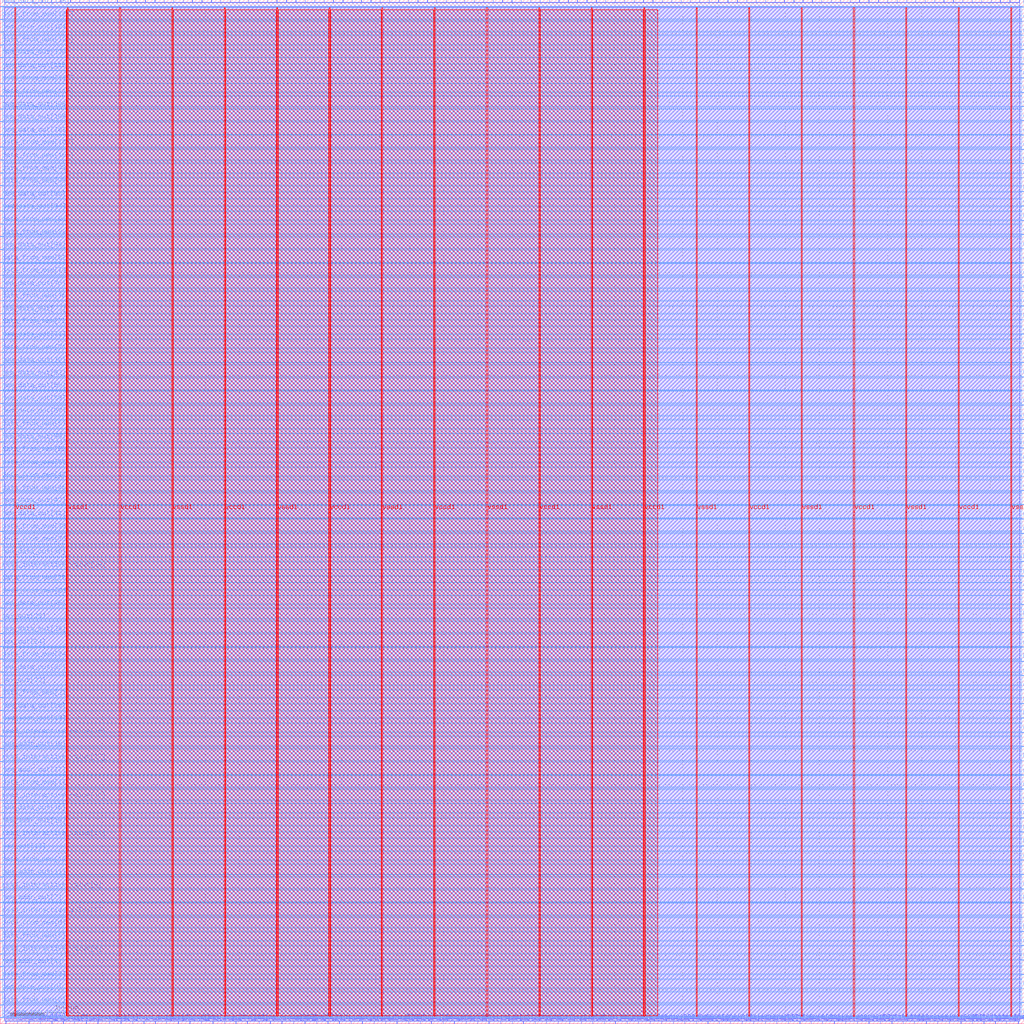
<source format=lef>
VERSION 5.7 ;
  NOWIREEXTENSIONATPIN ON ;
  DIVIDERCHAR "/" ;
  BUSBITCHARS "[]" ;
MACRO core
  CLASS BLOCK ;
  FOREIGN core ;
  ORIGIN 0.000 0.000 ;
  SIZE 1500.000 BY 1500.000 ;
  PIN clk
    DIRECTION INPUT ;
    USE SIGNAL ;
    PORT
      LAYER met2 ;
        RECT 6.530 1496.000 6.810 1500.000 ;
    END
  END clk
  PIN data_from_mem[0]
    DIRECTION INPUT ;
    USE SIGNAL ;
    PORT
      LAYER met3 ;
        RECT 0.000 27.240 4.000 27.840 ;
    END
  END data_from_mem[0]
  PIN data_from_mem[100]
    DIRECTION INPUT ;
    USE SIGNAL ;
    PORT
      LAYER met3 ;
        RECT 0.000 1264.840 4.000 1265.440 ;
    END
  END data_from_mem[100]
  PIN data_from_mem[101]
    DIRECTION INPUT ;
    USE SIGNAL ;
    PORT
      LAYER met2 ;
        RECT 1313.850 1496.000 1314.130 1500.000 ;
    END
  END data_from_mem[101]
  PIN data_from_mem[102]
    DIRECTION INPUT ;
    USE SIGNAL ;
    PORT
      LAYER met3 ;
        RECT 0.000 1283.880 4.000 1284.480 ;
    END
  END data_from_mem[102]
  PIN data_from_mem[103]
    DIRECTION INPUT ;
    USE SIGNAL ;
    PORT
      LAYER met3 ;
        RECT 1496.000 1239.000 1500.000 1239.600 ;
    END
  END data_from_mem[103]
  PIN data_from_mem[104]
    DIRECTION INPUT ;
    USE SIGNAL ;
    PORT
      LAYER met2 ;
        RECT 1340.990 1496.000 1341.270 1500.000 ;
    END
  END data_from_mem[104]
  PIN data_from_mem[105]
    DIRECTION INPUT ;
    USE SIGNAL ;
    PORT
      LAYER met2 ;
        RECT 1289.010 0.000 1289.290 4.000 ;
    END
  END data_from_mem[105]
  PIN data_from_mem[106]
    DIRECTION INPUT ;
    USE SIGNAL ;
    PORT
      LAYER met2 ;
        RECT 1354.790 1496.000 1355.070 1500.000 ;
    END
  END data_from_mem[106]
  PIN data_from_mem[107]
    DIRECTION INPUT ;
    USE SIGNAL ;
    PORT
      LAYER met2 ;
        RECT 1368.590 1496.000 1368.870 1500.000 ;
    END
  END data_from_mem[107]
  PIN data_from_mem[108]
    DIRECTION INPUT ;
    USE SIGNAL ;
    PORT
      LAYER met2 ;
        RECT 1322.590 0.000 1322.870 4.000 ;
    END
  END data_from_mem[108]
  PIN data_from_mem[109]
    DIRECTION INPUT ;
    USE SIGNAL ;
    PORT
      LAYER met3 ;
        RECT 1496.000 1280.480 1500.000 1281.080 ;
    END
  END data_from_mem[109]
  PIN data_from_mem[10]
    DIRECTION INPUT ;
    USE SIGNAL ;
    PORT
      LAYER met2 ;
        RECT 295.410 1496.000 295.690 1500.000 ;
    END
  END data_from_mem[10]
  PIN data_from_mem[110]
    DIRECTION INPUT ;
    USE SIGNAL ;
    PORT
      LAYER met3 ;
        RECT 1496.000 1301.560 1500.000 1302.160 ;
    END
  END data_from_mem[110]
  PIN data_from_mem[111]
    DIRECTION INPUT ;
    USE SIGNAL ;
    PORT
      LAYER met3 ;
        RECT 1496.000 1322.640 1500.000 1323.240 ;
    END
  END data_from_mem[111]
  PIN data_from_mem[112]
    DIRECTION INPUT ;
    USE SIGNAL ;
    PORT
      LAYER met3 ;
        RECT 0.000 1358.680 4.000 1359.280 ;
    END
  END data_from_mem[112]
  PIN data_from_mem[113]
    DIRECTION INPUT ;
    USE SIGNAL ;
    PORT
      LAYER met3 ;
        RECT 0.000 1377.040 4.000 1377.640 ;
    END
  END data_from_mem[113]
  PIN data_from_mem[114]
    DIRECTION INPUT ;
    USE SIGNAL ;
    PORT
      LAYER met3 ;
        RECT 1496.000 1343.040 1500.000 1343.640 ;
    END
  END data_from_mem[114]
  PIN data_from_mem[115]
    DIRECTION INPUT ;
    USE SIGNAL ;
    PORT
      LAYER met3 ;
        RECT 1496.000 1364.120 1500.000 1364.720 ;
    END
  END data_from_mem[115]
  PIN data_from_mem[116]
    DIRECTION INPUT ;
    USE SIGNAL ;
    PORT
      LAYER met2 ;
        RECT 1407.230 0.000 1407.510 4.000 ;
    END
  END data_from_mem[116]
  PIN data_from_mem[117]
    DIRECTION INPUT ;
    USE SIGNAL ;
    PORT
      LAYER met2 ;
        RECT 1423.790 1496.000 1424.070 1500.000 ;
    END
  END data_from_mem[117]
  PIN data_from_mem[118]
    DIRECTION INPUT ;
    USE SIGNAL ;
    PORT
      LAYER met2 ;
        RECT 1423.790 0.000 1424.070 4.000 ;
    END
  END data_from_mem[118]
  PIN data_from_mem[119]
    DIRECTION INPUT ;
    USE SIGNAL ;
    PORT
      LAYER met3 ;
        RECT 1496.000 1405.600 1500.000 1406.200 ;
    END
  END data_from_mem[119]
  PIN data_from_mem[11]
    DIRECTION INPUT ;
    USE SIGNAL ;
    PORT
      LAYER met2 ;
        RECT 350.150 1496.000 350.430 1500.000 ;
    END
  END data_from_mem[11]
  PIN data_from_mem[120]
    DIRECTION INPUT ;
    USE SIGNAL ;
    PORT
      LAYER met2 ;
        RECT 1451.390 1496.000 1451.670 1500.000 ;
    END
  END data_from_mem[120]
  PIN data_from_mem[121]
    DIRECTION INPUT ;
    USE SIGNAL ;
    PORT
      LAYER met3 ;
        RECT 1496.000 1426.680 1500.000 1427.280 ;
    END
  END data_from_mem[121]
  PIN data_from_mem[122]
    DIRECTION INPUT ;
    USE SIGNAL ;
    PORT
      LAYER met3 ;
        RECT 0.000 1433.480 4.000 1434.080 ;
    END
  END data_from_mem[122]
  PIN data_from_mem[123]
    DIRECTION INPUT ;
    USE SIGNAL ;
    PORT
      LAYER met3 ;
        RECT 1496.000 1468.160 1500.000 1468.760 ;
    END
  END data_from_mem[123]
  PIN data_from_mem[124]
    DIRECTION INPUT ;
    USE SIGNAL ;
    PORT
      LAYER met2 ;
        RECT 1457.830 0.000 1458.110 4.000 ;
    END
  END data_from_mem[124]
  PIN data_from_mem[125]
    DIRECTION INPUT ;
    USE SIGNAL ;
    PORT
      LAYER met2 ;
        RECT 1474.390 0.000 1474.670 4.000 ;
    END
  END data_from_mem[125]
  PIN data_from_mem[126]
    DIRECTION INPUT ;
    USE SIGNAL ;
    PORT
      LAYER met3 ;
        RECT 0.000 1470.880 4.000 1471.480 ;
    END
  END data_from_mem[126]
  PIN data_from_mem[127]
    DIRECTION INPUT ;
    USE SIGNAL ;
    PORT
      LAYER met2 ;
        RECT 1492.790 1496.000 1493.070 1500.000 ;
    END
  END data_from_mem[127]
  PIN data_from_mem[12]
    DIRECTION INPUT ;
    USE SIGNAL ;
    PORT
      LAYER met3 ;
        RECT 0.000 233.280 4.000 233.880 ;
    END
  END data_from_mem[12]
  PIN data_from_mem[13]
    DIRECTION INPUT ;
    USE SIGNAL ;
    PORT
      LAYER met3 ;
        RECT 1496.000 426.400 1500.000 427.000 ;
    END
  END data_from_mem[13]
  PIN data_from_mem[14]
    DIRECTION INPUT ;
    USE SIGNAL ;
    PORT
      LAYER met2 ;
        RECT 243.890 0.000 244.170 4.000 ;
    END
  END data_from_mem[14]
  PIN data_from_mem[15]
    DIRECTION INPUT ;
    USE SIGNAL ;
    PORT
      LAYER met2 ;
        RECT 432.950 1496.000 433.230 1500.000 ;
    END
  END data_from_mem[15]
  PIN data_from_mem[16]
    DIRECTION INPUT ;
    USE SIGNAL ;
    PORT
      LAYER met3 ;
        RECT 1496.000 488.960 1500.000 489.560 ;
    END
  END data_from_mem[16]
  PIN data_from_mem[17]
    DIRECTION INPUT ;
    USE SIGNAL ;
    PORT
      LAYER met3 ;
        RECT 0.000 346.160 4.000 346.760 ;
    END
  END data_from_mem[17]
  PIN data_from_mem[18]
    DIRECTION INPUT ;
    USE SIGNAL ;
    PORT
      LAYER met2 ;
        RECT 345.090 0.000 345.370 4.000 ;
    END
  END data_from_mem[18]
  PIN data_from_mem[19]
    DIRECTION INPUT ;
    USE SIGNAL ;
    PORT
      LAYER met2 ;
        RECT 501.950 1496.000 502.230 1500.000 ;
    END
  END data_from_mem[19]
  PIN data_from_mem[1]
    DIRECTION INPUT ;
    USE SIGNAL ;
    PORT
      LAYER met2 ;
        RECT 144.070 1496.000 144.350 1500.000 ;
    END
  END data_from_mem[1]
  PIN data_from_mem[20]
    DIRECTION INPUT ;
    USE SIGNAL ;
    PORT
      LAYER met2 ;
        RECT 379.130 0.000 379.410 4.000 ;
    END
  END data_from_mem[20]
  PIN data_from_mem[21]
    DIRECTION INPUT ;
    USE SIGNAL ;
    PORT
      LAYER met3 ;
        RECT 0.000 477.400 4.000 478.000 ;
    END
  END data_from_mem[21]
  PIN data_from_mem[22]
    DIRECTION INPUT ;
    USE SIGNAL ;
    PORT
      LAYER met3 ;
        RECT 1496.000 635.160 1500.000 635.760 ;
    END
  END data_from_mem[22]
  PIN data_from_mem[23]
    DIRECTION INPUT ;
    USE SIGNAL ;
    PORT
      LAYER met2 ;
        RECT 529.090 1496.000 529.370 1500.000 ;
    END
  END data_from_mem[23]
  PIN data_from_mem[24]
    DIRECTION INPUT ;
    USE SIGNAL ;
    PORT
      LAYER met3 ;
        RECT 0.000 533.840 4.000 534.440 ;
    END
  END data_from_mem[24]
  PIN data_from_mem[25]
    DIRECTION INPUT ;
    USE SIGNAL ;
    PORT
      LAYER met2 ;
        RECT 446.290 0.000 446.570 4.000 ;
    END
  END data_from_mem[25]
  PIN data_from_mem[26]
    DIRECTION INPUT ;
    USE SIGNAL ;
    PORT
      LAYER met3 ;
        RECT 0.000 627.000 4.000 627.600 ;
    END
  END data_from_mem[26]
  PIN data_from_mem[27]
    DIRECTION INPUT ;
    USE SIGNAL ;
    PORT
      LAYER met2 ;
        RECT 584.290 1496.000 584.570 1500.000 ;
    END
  END data_from_mem[27]
  PIN data_from_mem[28]
    DIRECTION INPUT ;
    USE SIGNAL ;
    PORT
      LAYER met3 ;
        RECT 0.000 646.040 4.000 646.640 ;
    END
  END data_from_mem[28]
  PIN data_from_mem[29]
    DIRECTION INPUT ;
    USE SIGNAL ;
    PORT
      LAYER met2 ;
        RECT 513.910 0.000 514.190 4.000 ;
    END
  END data_from_mem[29]
  PIN data_from_mem[2]
    DIRECTION INPUT ;
    USE SIGNAL ;
    PORT
      LAYER met3 ;
        RECT 0.000 64.640 4.000 65.240 ;
    END
  END data_from_mem[2]
  PIN data_from_mem[30]
    DIRECTION INPUT ;
    USE SIGNAL ;
    PORT
      LAYER met2 ;
        RECT 653.290 1496.000 653.570 1500.000 ;
    END
  END data_from_mem[30]
  PIN data_from_mem[31]
    DIRECTION INPUT ;
    USE SIGNAL ;
    PORT
      LAYER met2 ;
        RECT 547.490 0.000 547.770 4.000 ;
    END
  END data_from_mem[31]
  PIN data_from_mem[32]
    DIRECTION INPUT ;
    USE SIGNAL ;
    PORT
      LAYER met3 ;
        RECT 1496.000 780.680 1500.000 781.280 ;
    END
  END data_from_mem[32]
  PIN data_from_mem[33]
    DIRECTION INPUT ;
    USE SIGNAL ;
    PORT
      LAYER met2 ;
        RECT 564.510 0.000 564.790 4.000 ;
    END
  END data_from_mem[33]
  PIN data_from_mem[34]
    DIRECTION INPUT ;
    USE SIGNAL ;
    PORT
      LAYER met2 ;
        RECT 721.830 1496.000 722.110 1500.000 ;
    END
  END data_from_mem[34]
  PIN data_from_mem[35]
    DIRECTION INPUT ;
    USE SIGNAL ;
    PORT
      LAYER met2 ;
        RECT 749.430 1496.000 749.710 1500.000 ;
    END
  END data_from_mem[35]
  PIN data_from_mem[36]
    DIRECTION INPUT ;
    USE SIGNAL ;
    PORT
      LAYER met3 ;
        RECT 0.000 702.480 4.000 703.080 ;
    END
  END data_from_mem[36]
  PIN data_from_mem[37]
    DIRECTION INPUT ;
    USE SIGNAL ;
    PORT
      LAYER met2 ;
        RECT 615.110 0.000 615.390 4.000 ;
    END
  END data_from_mem[37]
  PIN data_from_mem[38]
    DIRECTION INPUT ;
    USE SIGNAL ;
    PORT
      LAYER met3 ;
        RECT 0.000 720.840 4.000 721.440 ;
    END
  END data_from_mem[38]
  PIN data_from_mem[39]
    DIRECTION INPUT ;
    USE SIGNAL ;
    PORT
      LAYER met2 ;
        RECT 777.030 1496.000 777.310 1500.000 ;
    END
  END data_from_mem[39]
  PIN data_from_mem[3]
    DIRECTION INPUT ;
    USE SIGNAL ;
    PORT
      LAYER met3 ;
        RECT 1496.000 93.200 1500.000 93.800 ;
    END
  END data_from_mem[3]
  PIN data_from_mem[40]
    DIRECTION INPUT ;
    USE SIGNAL ;
    PORT
      LAYER met2 ;
        RECT 648.690 0.000 648.970 4.000 ;
    END
  END data_from_mem[40]
  PIN data_from_mem[41]
    DIRECTION INPUT ;
    USE SIGNAL ;
    PORT
      LAYER met3 ;
        RECT 1496.000 843.240 1500.000 843.840 ;
    END
  END data_from_mem[41]
  PIN data_from_mem[42]
    DIRECTION INPUT ;
    USE SIGNAL ;
    PORT
      LAYER met2 ;
        RECT 665.250 0.000 665.530 4.000 ;
    END
  END data_from_mem[42]
  PIN data_from_mem[43]
    DIRECTION INPUT ;
    USE SIGNAL ;
    PORT
      LAYER met2 ;
        RECT 682.270 0.000 682.550 4.000 ;
    END
  END data_from_mem[43]
  PIN data_from_mem[44]
    DIRECTION INPUT ;
    USE SIGNAL ;
    PORT
      LAYER met2 ;
        RECT 804.630 1496.000 804.910 1500.000 ;
    END
  END data_from_mem[44]
  PIN data_from_mem[45]
    DIRECTION INPUT ;
    USE SIGNAL ;
    PORT
      LAYER met2 ;
        RECT 818.430 1496.000 818.710 1500.000 ;
    END
  END data_from_mem[45]
  PIN data_from_mem[46]
    DIRECTION INPUT ;
    USE SIGNAL ;
    PORT
      LAYER met3 ;
        RECT 0.000 777.280 4.000 777.880 ;
    END
  END data_from_mem[46]
  PIN data_from_mem[47]
    DIRECTION INPUT ;
    USE SIGNAL ;
    PORT
      LAYER met3 ;
        RECT 0.000 796.320 4.000 796.920 ;
    END
  END data_from_mem[47]
  PIN data_from_mem[48]
    DIRECTION INPUT ;
    USE SIGNAL ;
    PORT
      LAYER met3 ;
        RECT 1496.000 864.320 1500.000 864.920 ;
    END
  END data_from_mem[48]
  PIN data_from_mem[49]
    DIRECTION INPUT ;
    USE SIGNAL ;
    PORT
      LAYER met2 ;
        RECT 845.570 1496.000 845.850 1500.000 ;
    END
  END data_from_mem[49]
  PIN data_from_mem[4]
    DIRECTION INPUT ;
    USE SIGNAL ;
    PORT
      LAYER met2 ;
        RECT 226.410 1496.000 226.690 1500.000 ;
    END
  END data_from_mem[4]
  PIN data_from_mem[50]
    DIRECTION INPUT ;
    USE SIGNAL ;
    PORT
      LAYER met3 ;
        RECT 1496.000 884.720 1500.000 885.320 ;
    END
  END data_from_mem[50]
  PIN data_from_mem[51]
    DIRECTION INPUT ;
    USE SIGNAL ;
    PORT
      LAYER met2 ;
        RECT 873.170 1496.000 873.450 1500.000 ;
    END
  END data_from_mem[51]
  PIN data_from_mem[52]
    DIRECTION INPUT ;
    USE SIGNAL ;
    PORT
      LAYER met2 ;
        RECT 900.770 1496.000 901.050 1500.000 ;
    END
  END data_from_mem[52]
  PIN data_from_mem[53]
    DIRECTION INPUT ;
    USE SIGNAL ;
    PORT
      LAYER met2 ;
        RECT 914.570 1496.000 914.850 1500.000 ;
    END
  END data_from_mem[53]
  PIN data_from_mem[54]
    DIRECTION INPUT ;
    USE SIGNAL ;
    PORT
      LAYER met3 ;
        RECT 1496.000 926.880 1500.000 927.480 ;
    END
  END data_from_mem[54]
  PIN data_from_mem[55]
    DIRECTION INPUT ;
    USE SIGNAL ;
    PORT
      LAYER met3 ;
        RECT 0.000 814.680 4.000 815.280 ;
    END
  END data_from_mem[55]
  PIN data_from_mem[56]
    DIRECTION INPUT ;
    USE SIGNAL ;
    PORT
      LAYER met3 ;
        RECT 0.000 833.720 4.000 834.320 ;
    END
  END data_from_mem[56]
  PIN data_from_mem[57]
    DIRECTION INPUT ;
    USE SIGNAL ;
    PORT
      LAYER met3 ;
        RECT 0.000 871.120 4.000 871.720 ;
    END
  END data_from_mem[57]
  PIN data_from_mem[58]
    DIRECTION INPUT ;
    USE SIGNAL ;
    PORT
      LAYER met2 ;
        RECT 851.090 0.000 851.370 4.000 ;
    END
  END data_from_mem[58]
  PIN data_from_mem[59]
    DIRECTION INPUT ;
    USE SIGNAL ;
    PORT
      LAYER met2 ;
        RECT 867.650 0.000 867.930 4.000 ;
    END
  END data_from_mem[59]
  PIN data_from_mem[5]
    DIRECTION INPUT ;
    USE SIGNAL ;
    PORT
      LAYER met3 ;
        RECT 0.000 121.080 4.000 121.680 ;
    END
  END data_from_mem[5]
  PIN data_from_mem[60]
    DIRECTION INPUT ;
    USE SIGNAL ;
    PORT
      LAYER met2 ;
        RECT 928.370 1496.000 928.650 1500.000 ;
    END
  END data_from_mem[60]
  PIN data_from_mem[61]
    DIRECTION INPUT ;
    USE SIGNAL ;
    PORT
      LAYER met2 ;
        RECT 942.170 1496.000 942.450 1500.000 ;
    END
  END data_from_mem[61]
  PIN data_from_mem[62]
    DIRECTION INPUT ;
    USE SIGNAL ;
    PORT
      LAYER met2 ;
        RECT 955.970 1496.000 956.250 1500.000 ;
    END
  END data_from_mem[62]
  PIN data_from_mem[63]
    DIRECTION INPUT ;
    USE SIGNAL ;
    PORT
      LAYER met2 ;
        RECT 918.250 0.000 918.530 4.000 ;
    END
  END data_from_mem[63]
  PIN data_from_mem[64]
    DIRECTION INPUT ;
    USE SIGNAL ;
    PORT
      LAYER met2 ;
        RECT 983.570 1496.000 983.850 1500.000 ;
    END
  END data_from_mem[64]
  PIN data_from_mem[65]
    DIRECTION INPUT ;
    USE SIGNAL ;
    PORT
      LAYER met2 ;
        RECT 997.370 1496.000 997.650 1500.000 ;
    END
  END data_from_mem[65]
  PIN data_from_mem[66]
    DIRECTION INPUT ;
    USE SIGNAL ;
    PORT
      LAYER met2 ;
        RECT 968.850 0.000 969.130 4.000 ;
    END
  END data_from_mem[66]
  PIN data_from_mem[67]
    DIRECTION INPUT ;
    USE SIGNAL ;
    PORT
      LAYER met2 ;
        RECT 1002.430 0.000 1002.710 4.000 ;
    END
  END data_from_mem[67]
  PIN data_from_mem[68]
    DIRECTION INPUT ;
    USE SIGNAL ;
    PORT
      LAYER met2 ;
        RECT 1010.710 1496.000 1010.990 1500.000 ;
    END
  END data_from_mem[68]
  PIN data_from_mem[69]
    DIRECTION INPUT ;
    USE SIGNAL ;
    PORT
      LAYER met2 ;
        RECT 1038.310 1496.000 1038.590 1500.000 ;
    END
  END data_from_mem[69]
  PIN data_from_mem[6]
    DIRECTION INPUT ;
    USE SIGNAL ;
    PORT
      LAYER met3 ;
        RECT 0.000 140.120 4.000 140.720 ;
    END
  END data_from_mem[6]
  PIN data_from_mem[70]
    DIRECTION INPUT ;
    USE SIGNAL ;
    PORT
      LAYER met3 ;
        RECT 1496.000 968.360 1500.000 968.960 ;
    END
  END data_from_mem[70]
  PIN data_from_mem[71]
    DIRECTION INPUT ;
    USE SIGNAL ;
    PORT
      LAYER met3 ;
        RECT 0.000 983.320 4.000 983.920 ;
    END
  END data_from_mem[71]
  PIN data_from_mem[72]
    DIRECTION INPUT ;
    USE SIGNAL ;
    PORT
      LAYER met3 ;
        RECT 0.000 1021.400 4.000 1022.000 ;
    END
  END data_from_mem[72]
  PIN data_from_mem[73]
    DIRECTION INPUT ;
    USE SIGNAL ;
    PORT
      LAYER met2 ;
        RECT 1036.470 0.000 1036.750 4.000 ;
    END
  END data_from_mem[73]
  PIN data_from_mem[74]
    DIRECTION INPUT ;
    USE SIGNAL ;
    PORT
      LAYER met2 ;
        RECT 1053.030 0.000 1053.310 4.000 ;
    END
  END data_from_mem[74]
  PIN data_from_mem[75]
    DIRECTION INPUT ;
    USE SIGNAL ;
    PORT
      LAYER met3 ;
        RECT 1496.000 989.440 1500.000 990.040 ;
    END
  END data_from_mem[75]
  PIN data_from_mem[76]
    DIRECTION INPUT ;
    USE SIGNAL ;
    PORT
      LAYER met3 ;
        RECT 0.000 1058.800 4.000 1059.400 ;
    END
  END data_from_mem[76]
  PIN data_from_mem[77]
    DIRECTION INPUT ;
    USE SIGNAL ;
    PORT
      LAYER met3 ;
        RECT 1496.000 1009.840 1500.000 1010.440 ;
    END
  END data_from_mem[77]
  PIN data_from_mem[78]
    DIRECTION INPUT ;
    USE SIGNAL ;
    PORT
      LAYER met2 ;
        RECT 1070.050 0.000 1070.330 4.000 ;
    END
  END data_from_mem[78]
  PIN data_from_mem[79]
    DIRECTION INPUT ;
    USE SIGNAL ;
    PORT
      LAYER met3 ;
        RECT 0.000 1096.200 4.000 1096.800 ;
    END
  END data_from_mem[79]
  PIN data_from_mem[7]
    DIRECTION INPUT ;
    USE SIGNAL ;
    PORT
      LAYER met2 ;
        RECT 109.110 0.000 109.390 4.000 ;
    END
  END data_from_mem[7]
  PIN data_from_mem[80]
    DIRECTION INPUT ;
    USE SIGNAL ;
    PORT
      LAYER met2 ;
        RECT 1107.310 1496.000 1107.590 1500.000 ;
    END
  END data_from_mem[80]
  PIN data_from_mem[81]
    DIRECTION INPUT ;
    USE SIGNAL ;
    PORT
      LAYER met3 ;
        RECT 1496.000 1051.320 1500.000 1051.920 ;
    END
  END data_from_mem[81]
  PIN data_from_mem[82]
    DIRECTION INPUT ;
    USE SIGNAL ;
    PORT
      LAYER met3 ;
        RECT 0.000 1114.560 4.000 1115.160 ;
    END
  END data_from_mem[82]
  PIN data_from_mem[83]
    DIRECTION INPUT ;
    USE SIGNAL ;
    PORT
      LAYER met3 ;
        RECT 1496.000 1093.480 1500.000 1094.080 ;
    END
  END data_from_mem[83]
  PIN data_from_mem[84]
    DIRECTION INPUT ;
    USE SIGNAL ;
    PORT
      LAYER met2 ;
        RECT 1162.510 1496.000 1162.790 1500.000 ;
    END
  END data_from_mem[84]
  PIN data_from_mem[85]
    DIRECTION INPUT ;
    USE SIGNAL ;
    PORT
      LAYER met3 ;
        RECT 1496.000 1113.880 1500.000 1114.480 ;
    END
  END data_from_mem[85]
  PIN data_from_mem[86]
    DIRECTION INPUT ;
    USE SIGNAL ;
    PORT
      LAYER met2 ;
        RECT 1175.850 1496.000 1176.130 1500.000 ;
    END
  END data_from_mem[86]
  PIN data_from_mem[87]
    DIRECTION INPUT ;
    USE SIGNAL ;
    PORT
      LAYER met2 ;
        RECT 1120.650 0.000 1120.930 4.000 ;
    END
  END data_from_mem[87]
  PIN data_from_mem[88]
    DIRECTION INPUT ;
    USE SIGNAL ;
    PORT
      LAYER met3 ;
        RECT 1496.000 1156.040 1500.000 1156.640 ;
    END
  END data_from_mem[88]
  PIN data_from_mem[89]
    DIRECTION INPUT ;
    USE SIGNAL ;
    PORT
      LAYER met2 ;
        RECT 1154.230 0.000 1154.510 4.000 ;
    END
  END data_from_mem[89]
  PIN data_from_mem[8]
    DIRECTION INPUT ;
    USE SIGNAL ;
    PORT
      LAYER met3 ;
        RECT 1496.000 239.400 1500.000 240.000 ;
    END
  END data_from_mem[8]
  PIN data_from_mem[90]
    DIRECTION INPUT ;
    USE SIGNAL ;
    PORT
      LAYER met2 ;
        RECT 1217.250 1496.000 1217.530 1500.000 ;
    END
  END data_from_mem[90]
  PIN data_from_mem[91]
    DIRECTION INPUT ;
    USE SIGNAL ;
    PORT
      LAYER met2 ;
        RECT 1171.250 0.000 1171.530 4.000 ;
    END
  END data_from_mem[91]
  PIN data_from_mem[92]
    DIRECTION INPUT ;
    USE SIGNAL ;
    PORT
      LAYER met3 ;
        RECT 0.000 1152.640 4.000 1153.240 ;
    END
  END data_from_mem[92]
  PIN data_from_mem[93]
    DIRECTION INPUT ;
    USE SIGNAL ;
    PORT
      LAYER met2 ;
        RECT 1258.650 1496.000 1258.930 1500.000 ;
    END
  END data_from_mem[93]
  PIN data_from_mem[94]
    DIRECTION INPUT ;
    USE SIGNAL ;
    PORT
      LAYER met3 ;
        RECT 0.000 1171.000 4.000 1171.600 ;
    END
  END data_from_mem[94]
  PIN data_from_mem[95]
    DIRECTION INPUT ;
    USE SIGNAL ;
    PORT
      LAYER met2 ;
        RECT 1204.830 0.000 1205.110 4.000 ;
    END
  END data_from_mem[95]
  PIN data_from_mem[96]
    DIRECTION INPUT ;
    USE SIGNAL ;
    PORT
      LAYER met3 ;
        RECT 0.000 1227.440 4.000 1228.040 ;
    END
  END data_from_mem[96]
  PIN data_from_mem[97]
    DIRECTION INPUT ;
    USE SIGNAL ;
    PORT
      LAYER met2 ;
        RECT 1300.050 1496.000 1300.330 1500.000 ;
    END
  END data_from_mem[97]
  PIN data_from_mem[98]
    DIRECTION INPUT ;
    USE SIGNAL ;
    PORT
      LAYER met3 ;
        RECT 0.000 1245.800 4.000 1246.400 ;
    END
  END data_from_mem[98]
  PIN data_from_mem[99]
    DIRECTION INPUT ;
    USE SIGNAL ;
    PORT
      LAYER met3 ;
        RECT 1496.000 1197.520 1500.000 1198.120 ;
    END
  END data_from_mem[99]
  PIN data_from_mem[9]
    DIRECTION INPUT ;
    USE SIGNAL ;
    PORT
      LAYER met3 ;
        RECT 1496.000 322.360 1500.000 322.960 ;
    END
  END data_from_mem[9]
  PIN hex_out[0]
    DIRECTION OUTPUT TRISTATE ;
    USE SIGNAL ;
    PORT
      LAYER met2 ;
        RECT 130.270 1496.000 130.550 1500.000 ;
    END
  END hex_out[0]
  PIN hex_out[10]
    DIRECTION OUTPUT TRISTATE ;
    USE SIGNAL ;
    PORT
      LAYER met2 ;
        RECT 309.210 1496.000 309.490 1500.000 ;
    END
  END hex_out[10]
  PIN hex_out[11]
    DIRECTION OUTPUT TRISTATE ;
    USE SIGNAL ;
    PORT
      LAYER met3 ;
        RECT 1496.000 384.920 1500.000 385.520 ;
    END
  END hex_out[11]
  PIN hex_out[12]
    DIRECTION OUTPUT TRISTATE ;
    USE SIGNAL ;
    PORT
      LAYER met2 ;
        RECT 363.950 1496.000 364.230 1500.000 ;
    END
  END hex_out[12]
  PIN hex_out[13]
    DIRECTION OUTPUT TRISTATE ;
    USE SIGNAL ;
    PORT
      LAYER met3 ;
        RECT 0.000 252.320 4.000 252.920 ;
    END
  END hex_out[13]
  PIN hex_out[14]
    DIRECTION OUTPUT TRISTATE ;
    USE SIGNAL ;
    PORT
      LAYER met2 ;
        RECT 260.910 0.000 261.190 4.000 ;
    END
  END hex_out[14]
  PIN hex_out[15]
    DIRECTION OUTPUT TRISTATE ;
    USE SIGNAL ;
    PORT
      LAYER met3 ;
        RECT 1496.000 447.480 1500.000 448.080 ;
    END
  END hex_out[15]
  PIN hex_out[16]
    DIRECTION OUTPUT TRISTATE ;
    USE SIGNAL ;
    PORT
      LAYER met2 ;
        RECT 460.550 1496.000 460.830 1500.000 ;
    END
  END hex_out[16]
  PIN hex_out[17]
    DIRECTION OUTPUT TRISTATE ;
    USE SIGNAL ;
    PORT
      LAYER met2 ;
        RECT 328.530 0.000 328.810 4.000 ;
    END
  END hex_out[17]
  PIN hex_out[18]
    DIRECTION OUTPUT TRISTATE ;
    USE SIGNAL ;
    PORT
      LAYER met2 ;
        RECT 488.150 1496.000 488.430 1500.000 ;
    END
  END hex_out[18]
  PIN hex_out[19]
    DIRECTION OUTPUT TRISTATE ;
    USE SIGNAL ;
    PORT
      LAYER met3 ;
        RECT 1496.000 530.440 1500.000 531.040 ;
    END
  END hex_out[19]
  PIN hex_out[1]
    DIRECTION OUTPUT TRISTATE ;
    USE SIGNAL ;
    PORT
      LAYER met2 ;
        RECT 157.870 1496.000 158.150 1500.000 ;
    END
  END hex_out[1]
  PIN hex_out[20]
    DIRECTION OUTPUT TRISTATE ;
    USE SIGNAL ;
    PORT
      LAYER met2 ;
        RECT 395.690 0.000 395.970 4.000 ;
    END
  END hex_out[20]
  PIN hex_out[21]
    DIRECTION OUTPUT TRISTATE ;
    USE SIGNAL ;
    PORT
      LAYER met3 ;
        RECT 1496.000 593.000 1500.000 593.600 ;
    END
  END hex_out[21]
  PIN hex_out[22]
    DIRECTION OUTPUT TRISTATE ;
    USE SIGNAL ;
    PORT
      LAYER met3 ;
        RECT 0.000 495.760 4.000 496.360 ;
    END
  END hex_out[22]
  PIN hex_out[23]
    DIRECTION OUTPUT TRISTATE ;
    USE SIGNAL ;
    PORT
      LAYER met2 ;
        RECT 429.730 0.000 430.010 4.000 ;
    END
  END hex_out[23]
  PIN hex_out[24]
    DIRECTION OUTPUT TRISTATE ;
    USE SIGNAL ;
    PORT
      LAYER met3 ;
        RECT 0.000 552.200 4.000 552.800 ;
    END
  END hex_out[24]
  PIN hex_out[25]
    DIRECTION OUTPUT TRISTATE ;
    USE SIGNAL ;
    PORT
      LAYER met3 ;
        RECT 0.000 589.600 4.000 590.200 ;
    END
  END hex_out[25]
  PIN hex_out[26]
    DIRECTION OUTPUT TRISTATE ;
    USE SIGNAL ;
    PORT
      LAYER met3 ;
        RECT 1496.000 676.640 1500.000 677.240 ;
    END
  END hex_out[26]
  PIN hex_out[27]
    DIRECTION OUTPUT TRISTATE ;
    USE SIGNAL ;
    PORT
      LAYER met3 ;
        RECT 1496.000 697.720 1500.000 698.320 ;
    END
  END hex_out[27]
  PIN hex_out[28]
    DIRECTION OUTPUT TRISTATE ;
    USE SIGNAL ;
    PORT
      LAYER met2 ;
        RECT 496.890 0.000 497.170 4.000 ;
    END
  END hex_out[28]
  PIN hex_out[29]
    DIRECTION OUTPUT TRISTATE ;
    USE SIGNAL ;
    PORT
      LAYER met2 ;
        RECT 625.690 1496.000 625.970 1500.000 ;
    END
  END hex_out[29]
  PIN hex_out[2]
    DIRECTION OUTPUT TRISTATE ;
    USE SIGNAL ;
    PORT
      LAYER met2 ;
        RECT 24.930 0.000 25.210 4.000 ;
    END
  END hex_out[2]
  PIN hex_out[30]
    DIRECTION OUTPUT TRISTATE ;
    USE SIGNAL ;
    PORT
      LAYER met2 ;
        RECT 667.090 1496.000 667.370 1500.000 ;
    END
  END hex_out[30]
  PIN hex_out[31]
    DIRECTION OUTPUT TRISTATE ;
    USE SIGNAL ;
    PORT
      LAYER met2 ;
        RECT 694.230 1496.000 694.510 1500.000 ;
    END
  END hex_out[31]
  PIN hex_out[3]
    DIRECTION OUTPUT TRISTATE ;
    USE SIGNAL ;
    PORT
      LAYER met2 ;
        RECT 185.010 1496.000 185.290 1500.000 ;
    END
  END hex_out[3]
  PIN hex_out[4]
    DIRECTION OUTPUT TRISTATE ;
    USE SIGNAL ;
    PORT
      LAYER met2 ;
        RECT 75.530 0.000 75.810 4.000 ;
    END
  END hex_out[4]
  PIN hex_out[5]
    DIRECTION OUTPUT TRISTATE ;
    USE SIGNAL ;
    PORT
      LAYER met3 ;
        RECT 1496.000 134.680 1500.000 135.280 ;
    END
  END hex_out[5]
  PIN hex_out[6]
    DIRECTION OUTPUT TRISTATE ;
    USE SIGNAL ;
    PORT
      LAYER met3 ;
        RECT 1496.000 176.840 1500.000 177.440 ;
    END
  END hex_out[6]
  PIN hex_out[7]
    DIRECTION OUTPUT TRISTATE ;
    USE SIGNAL ;
    PORT
      LAYER met2 ;
        RECT 126.130 0.000 126.410 4.000 ;
    END
  END hex_out[7]
  PIN hex_out[8]
    DIRECTION OUTPUT TRISTATE ;
    USE SIGNAL ;
    PORT
      LAYER met3 ;
        RECT 1496.000 259.800 1500.000 260.400 ;
    END
  END hex_out[8]
  PIN hex_out[9]
    DIRECTION OUTPUT TRISTATE ;
    USE SIGNAL ;
    PORT
      LAYER met2 ;
        RECT 143.150 0.000 143.430 4.000 ;
    END
  END hex_out[9]
  PIN hex_req
    DIRECTION OUTPUT TRISTATE ;
    USE SIGNAL ;
    PORT
      LAYER met2 ;
        RECT 61.270 1496.000 61.550 1500.000 ;
    END
  END hex_req
  PIN is_mem_ready
    DIRECTION INPUT ;
    USE SIGNAL ;
    PORT
      LAYER met2 ;
        RECT 102.670 1496.000 102.950 1500.000 ;
    END
  END is_mem_ready
  PIN is_mem_req
    DIRECTION OUTPUT TRISTATE ;
    USE SIGNAL ;
    PORT
      LAYER met2 ;
        RECT 88.870 1496.000 89.150 1500.000 ;
    END
  END is_mem_req
  PIN is_mem_req_reset
    DIRECTION OUTPUT TRISTATE ;
    USE SIGNAL ;
    PORT
      LAYER met3 ;
        RECT 0.000 8.880 4.000 9.480 ;
    END
  END is_mem_req_reset
  PIN is_memory_we
    DIRECTION OUTPUT TRISTATE ;
    USE SIGNAL ;
    PORT
      LAYER met2 ;
        RECT 116.470 1496.000 116.750 1500.000 ;
    END
  END is_memory_we
  PIN is_print_done
    DIRECTION INPUT ;
    USE SIGNAL ;
    PORT
      LAYER met2 ;
        RECT 75.070 1496.000 75.350 1500.000 ;
    END
  END is_print_done
  PIN mem_addr_out[0]
    DIRECTION OUTPUT TRISTATE ;
    USE SIGNAL ;
    PORT
      LAYER met3 ;
        RECT 1496.000 10.240 1500.000 10.840 ;
    END
  END mem_addr_out[0]
  PIN mem_addr_out[10]
    DIRECTION OUTPUT TRISTATE ;
    USE SIGNAL ;
    PORT
      LAYER met2 ;
        RECT 323.010 1496.000 323.290 1500.000 ;
    END
  END mem_addr_out[10]
  PIN mem_addr_out[11]
    DIRECTION OUTPUT TRISTATE ;
    USE SIGNAL ;
    PORT
      LAYER met3 ;
        RECT 0.000 214.920 4.000 215.520 ;
    END
  END mem_addr_out[11]
  PIN mem_addr_out[12]
    DIRECTION OUTPUT TRISTATE ;
    USE SIGNAL ;
    PORT
      LAYER met2 ;
        RECT 210.310 0.000 210.590 4.000 ;
    END
  END mem_addr_out[12]
  PIN mem_addr_out[13]
    DIRECTION OUTPUT TRISTATE ;
    USE SIGNAL ;
    PORT
      LAYER met2 ;
        RECT 391.550 1496.000 391.830 1500.000 ;
    END
  END mem_addr_out[13]
  PIN mem_addr_out[14]
    DIRECTION OUTPUT TRISTATE ;
    USE SIGNAL ;
    PORT
      LAYER met2 ;
        RECT 277.930 0.000 278.210 4.000 ;
    END
  END mem_addr_out[14]
  PIN mem_addr_out[15]
    DIRECTION OUTPUT TRISTATE ;
    USE SIGNAL ;
    PORT
      LAYER met3 ;
        RECT 1496.000 468.560 1500.000 469.160 ;
    END
  END mem_addr_out[15]
  PIN mem_addr_out[16]
    DIRECTION OUTPUT TRISTATE ;
    USE SIGNAL ;
    PORT
      LAYER met3 ;
        RECT 0.000 289.720 4.000 290.320 ;
    END
  END mem_addr_out[16]
  PIN mem_addr_out[17]
    DIRECTION OUTPUT TRISTATE ;
    USE SIGNAL ;
    PORT
      LAYER met3 ;
        RECT 0.000 364.520 4.000 365.120 ;
    END
  END mem_addr_out[17]
  PIN mem_addr_out[18]
    DIRECTION OUTPUT TRISTATE ;
    USE SIGNAL ;
    PORT
      LAYER met3 ;
        RECT 0.000 402.600 4.000 403.200 ;
    END
  END mem_addr_out[18]
  PIN mem_addr_out[19]
    DIRECTION OUTPUT TRISTATE ;
    USE SIGNAL ;
    PORT
      LAYER met3 ;
        RECT 0.000 440.000 4.000 440.600 ;
    END
  END mem_addr_out[19]
  PIN mem_addr_out[1]
    DIRECTION OUTPUT TRISTATE ;
    USE SIGNAL ;
    PORT
      LAYER met2 ;
        RECT 8.370 0.000 8.650 4.000 ;
    END
  END mem_addr_out[1]
  PIN mem_addr_out[2]
    DIRECTION OUTPUT TRISTATE ;
    USE SIGNAL ;
    PORT
      LAYER met2 ;
        RECT 41.950 0.000 42.230 4.000 ;
    END
  END mem_addr_out[2]
  PIN mem_addr_out[3]
    DIRECTION OUTPUT TRISTATE ;
    USE SIGNAL ;
    PORT
      LAYER met3 ;
        RECT 1496.000 114.280 1500.000 114.880 ;
    END
  END mem_addr_out[3]
  PIN mem_addr_out[4]
    DIRECTION OUTPUT TRISTATE ;
    USE SIGNAL ;
    PORT
      LAYER met3 ;
        RECT 0.000 83.680 4.000 84.280 ;
    END
  END mem_addr_out[4]
  PIN mem_addr_out[5]
    DIRECTION OUTPUT TRISTATE ;
    USE SIGNAL ;
    PORT
      LAYER met2 ;
        RECT 254.010 1496.000 254.290 1500.000 ;
    END
  END mem_addr_out[5]
  PIN mem_addr_out[6]
    DIRECTION OUTPUT TRISTATE ;
    USE SIGNAL ;
    PORT
      LAYER met2 ;
        RECT 267.810 1496.000 268.090 1500.000 ;
    END
  END mem_addr_out[6]
  PIN mem_addr_out[7]
    DIRECTION OUTPUT TRISTATE ;
    USE SIGNAL ;
    PORT
      LAYER met3 ;
        RECT 0.000 177.520 4.000 178.120 ;
    END
  END mem_addr_out[7]
  PIN mem_addr_out[8]
    DIRECTION OUTPUT TRISTATE ;
    USE SIGNAL ;
    PORT
      LAYER met3 ;
        RECT 1496.000 280.880 1500.000 281.480 ;
    END
  END mem_addr_out[8]
  PIN mem_addr_out[9]
    DIRECTION OUTPUT TRISTATE ;
    USE SIGNAL ;
    PORT
      LAYER met3 ;
        RECT 1496.000 343.440 1500.000 344.040 ;
    END
  END mem_addr_out[9]
  PIN mem_data_out[0]
    DIRECTION OUTPUT TRISTATE ;
    USE SIGNAL ;
    PORT
      LAYER met3 ;
        RECT 0.000 46.280 4.000 46.880 ;
    END
  END mem_data_out[0]
  PIN mem_data_out[100]
    DIRECTION OUTPUT TRISTATE ;
    USE SIGNAL ;
    PORT
      LAYER met2 ;
        RECT 1238.410 0.000 1238.690 4.000 ;
    END
  END mem_data_out[100]
  PIN mem_data_out[101]
    DIRECTION OUTPUT TRISTATE ;
    USE SIGNAL ;
    PORT
      LAYER met2 ;
        RECT 1255.430 0.000 1255.710 4.000 ;
    END
  END mem_data_out[101]
  PIN mem_data_out[102]
    DIRECTION OUTPUT TRISTATE ;
    USE SIGNAL ;
    PORT
      LAYER met2 ;
        RECT 1327.650 1496.000 1327.930 1500.000 ;
    END
  END mem_data_out[102]
  PIN mem_data_out[103]
    DIRECTION OUTPUT TRISTATE ;
    USE SIGNAL ;
    PORT
      LAYER met3 ;
        RECT 0.000 1302.240 4.000 1302.840 ;
    END
  END mem_data_out[103]
  PIN mem_data_out[104]
    DIRECTION OUTPUT TRISTATE ;
    USE SIGNAL ;
    PORT
      LAYER met2 ;
        RECT 1272.450 0.000 1272.730 4.000 ;
    END
  END mem_data_out[104]
  PIN mem_data_out[105]
    DIRECTION OUTPUT TRISTATE ;
    USE SIGNAL ;
    PORT
      LAYER met3 ;
        RECT 0.000 1321.280 4.000 1321.880 ;
    END
  END mem_data_out[105]
  PIN mem_data_out[106]
    DIRECTION OUTPUT TRISTATE ;
    USE SIGNAL ;
    PORT
      LAYER met3 ;
        RECT 0.000 1339.640 4.000 1340.240 ;
    END
  END mem_data_out[106]
  PIN mem_data_out[107]
    DIRECTION OUTPUT TRISTATE ;
    USE SIGNAL ;
    PORT
      LAYER met2 ;
        RECT 1306.030 0.000 1306.310 4.000 ;
    END
  END mem_data_out[107]
  PIN mem_data_out[108]
    DIRECTION OUTPUT TRISTATE ;
    USE SIGNAL ;
    PORT
      LAYER met3 ;
        RECT 1496.000 1260.080 1500.000 1260.680 ;
    END
  END mem_data_out[108]
  PIN mem_data_out[109]
    DIRECTION OUTPUT TRISTATE ;
    USE SIGNAL ;
    PORT
      LAYER met2 ;
        RECT 1339.610 0.000 1339.890 4.000 ;
    END
  END mem_data_out[109]
  PIN mem_data_out[10]
    DIRECTION OUTPUT TRISTATE ;
    USE SIGNAL ;
    PORT
      LAYER met2 ;
        RECT 176.730 0.000 177.010 4.000 ;
    END
  END mem_data_out[10]
  PIN mem_data_out[110]
    DIRECTION OUTPUT TRISTATE ;
    USE SIGNAL ;
    PORT
      LAYER met2 ;
        RECT 1356.630 0.000 1356.910 4.000 ;
    END
  END mem_data_out[110]
  PIN mem_data_out[111]
    DIRECTION OUTPUT TRISTATE ;
    USE SIGNAL ;
    PORT
      LAYER met2 ;
        RECT 1373.190 0.000 1373.470 4.000 ;
    END
  END mem_data_out[111]
  PIN mem_data_out[112]
    DIRECTION OUTPUT TRISTATE ;
    USE SIGNAL ;
    PORT
      LAYER met2 ;
        RECT 1390.210 0.000 1390.490 4.000 ;
    END
  END mem_data_out[112]
  PIN mem_data_out[113]
    DIRECTION OUTPUT TRISTATE ;
    USE SIGNAL ;
    PORT
      LAYER met2 ;
        RECT 1382.390 1496.000 1382.670 1500.000 ;
    END
  END mem_data_out[113]
  PIN mem_data_out[114]
    DIRECTION OUTPUT TRISTATE ;
    USE SIGNAL ;
    PORT
      LAYER met2 ;
        RECT 1396.190 1496.000 1396.470 1500.000 ;
    END
  END mem_data_out[114]
  PIN mem_data_out[115]
    DIRECTION OUTPUT TRISTATE ;
    USE SIGNAL ;
    PORT
      LAYER met2 ;
        RECT 1409.990 1496.000 1410.270 1500.000 ;
    END
  END mem_data_out[115]
  PIN mem_data_out[116]
    DIRECTION OUTPUT TRISTATE ;
    USE SIGNAL ;
    PORT
      LAYER met3 ;
        RECT 1496.000 1385.200 1500.000 1385.800 ;
    END
  END mem_data_out[116]
  PIN mem_data_out[117]
    DIRECTION OUTPUT TRISTATE ;
    USE SIGNAL ;
    PORT
      LAYER met2 ;
        RECT 1437.590 1496.000 1437.870 1500.000 ;
    END
  END mem_data_out[117]
  PIN mem_data_out[118]
    DIRECTION OUTPUT TRISTATE ;
    USE SIGNAL ;
    PORT
      LAYER met3 ;
        RECT 0.000 1396.080 4.000 1396.680 ;
    END
  END mem_data_out[118]
  PIN mem_data_out[119]
    DIRECTION OUTPUT TRISTATE ;
    USE SIGNAL ;
    PORT
      LAYER met2 ;
        RECT 1440.810 0.000 1441.090 4.000 ;
    END
  END mem_data_out[119]
  PIN mem_data_out[11]
    DIRECTION OUTPUT TRISTATE ;
    USE SIGNAL ;
    PORT
      LAYER met2 ;
        RECT 193.750 0.000 194.030 4.000 ;
    END
  END mem_data_out[11]
  PIN mem_data_out[120]
    DIRECTION OUTPUT TRISTATE ;
    USE SIGNAL ;
    PORT
      LAYER met3 ;
        RECT 0.000 1415.120 4.000 1415.720 ;
    END
  END mem_data_out[120]
  PIN mem_data_out[121]
    DIRECTION OUTPUT TRISTATE ;
    USE SIGNAL ;
    PORT
      LAYER met3 ;
        RECT 1496.000 1447.760 1500.000 1448.360 ;
    END
  END mem_data_out[121]
  PIN mem_data_out[122]
    DIRECTION OUTPUT TRISTATE ;
    USE SIGNAL ;
    PORT
      LAYER met2 ;
        RECT 1465.190 1496.000 1465.470 1500.000 ;
    END
  END mem_data_out[122]
  PIN mem_data_out[123]
    DIRECTION OUTPUT TRISTATE ;
    USE SIGNAL ;
    PORT
      LAYER met3 ;
        RECT 1496.000 1489.240 1500.000 1489.840 ;
    END
  END mem_data_out[123]
  PIN mem_data_out[124]
    DIRECTION OUTPUT TRISTATE ;
    USE SIGNAL ;
    PORT
      LAYER met3 ;
        RECT 0.000 1452.520 4.000 1453.120 ;
    END
  END mem_data_out[124]
  PIN mem_data_out[125]
    DIRECTION OUTPUT TRISTATE ;
    USE SIGNAL ;
    PORT
      LAYER met2 ;
        RECT 1478.990 1496.000 1479.270 1500.000 ;
    END
  END mem_data_out[125]
  PIN mem_data_out[126]
    DIRECTION OUTPUT TRISTATE ;
    USE SIGNAL ;
    PORT
      LAYER met3 ;
        RECT 0.000 1489.920 4.000 1490.520 ;
    END
  END mem_data_out[126]
  PIN mem_data_out[127]
    DIRECTION OUTPUT TRISTATE ;
    USE SIGNAL ;
    PORT
      LAYER met2 ;
        RECT 1491.410 0.000 1491.690 4.000 ;
    END
  END mem_data_out[127]
  PIN mem_data_out[12]
    DIRECTION OUTPUT TRISTATE ;
    USE SIGNAL ;
    PORT
      LAYER met2 ;
        RECT 227.330 0.000 227.610 4.000 ;
    END
  END mem_data_out[12]
  PIN mem_data_out[13]
    DIRECTION OUTPUT TRISTATE ;
    USE SIGNAL ;
    PORT
      LAYER met2 ;
        RECT 405.350 1496.000 405.630 1500.000 ;
    END
  END mem_data_out[13]
  PIN mem_data_out[14]
    DIRECTION OUTPUT TRISTATE ;
    USE SIGNAL ;
    PORT
      LAYER met2 ;
        RECT 294.490 0.000 294.770 4.000 ;
    END
  END mem_data_out[14]
  PIN mem_data_out[15]
    DIRECTION OUTPUT TRISTATE ;
    USE SIGNAL ;
    PORT
      LAYER met2 ;
        RECT 446.750 1496.000 447.030 1500.000 ;
    END
  END mem_data_out[15]
  PIN mem_data_out[16]
    DIRECTION OUTPUT TRISTATE ;
    USE SIGNAL ;
    PORT
      LAYER met3 ;
        RECT 0.000 308.760 4.000 309.360 ;
    END
  END mem_data_out[16]
  PIN mem_data_out[17]
    DIRECTION OUTPUT TRISTATE ;
    USE SIGNAL ;
    PORT
      LAYER met2 ;
        RECT 474.350 1496.000 474.630 1500.000 ;
    END
  END mem_data_out[17]
  PIN mem_data_out[18]
    DIRECTION OUTPUT TRISTATE ;
    USE SIGNAL ;
    PORT
      LAYER met3 ;
        RECT 1496.000 510.040 1500.000 510.640 ;
    END
  END mem_data_out[18]
  PIN mem_data_out[19]
    DIRECTION OUTPUT TRISTATE ;
    USE SIGNAL ;
    PORT
      LAYER met3 ;
        RECT 1496.000 551.520 1500.000 552.120 ;
    END
  END mem_data_out[19]
  PIN mem_data_out[1]
    DIRECTION OUTPUT TRISTATE ;
    USE SIGNAL ;
    PORT
      LAYER met3 ;
        RECT 1496.000 51.720 1500.000 52.320 ;
    END
  END mem_data_out[1]
  PIN mem_data_out[20]
    DIRECTION OUTPUT TRISTATE ;
    USE SIGNAL ;
    PORT
      LAYER met3 ;
        RECT 0.000 458.360 4.000 458.960 ;
    END
  END mem_data_out[20]
  PIN mem_data_out[21]
    DIRECTION OUTPUT TRISTATE ;
    USE SIGNAL ;
    PORT
      LAYER met2 ;
        RECT 412.710 0.000 412.990 4.000 ;
    END
  END mem_data_out[21]
  PIN mem_data_out[22]
    DIRECTION OUTPUT TRISTATE ;
    USE SIGNAL ;
    PORT
      LAYER met3 ;
        RECT 1496.000 655.560 1500.000 656.160 ;
    END
  END mem_data_out[22]
  PIN mem_data_out[23]
    DIRECTION OUTPUT TRISTATE ;
    USE SIGNAL ;
    PORT
      LAYER met3 ;
        RECT 0.000 514.800 4.000 515.400 ;
    END
  END mem_data_out[23]
  PIN mem_data_out[24]
    DIRECTION OUTPUT TRISTATE ;
    USE SIGNAL ;
    PORT
      LAYER met3 ;
        RECT 0.000 571.240 4.000 571.840 ;
    END
  END mem_data_out[24]
  PIN mem_data_out[25]
    DIRECTION OUTPUT TRISTATE ;
    USE SIGNAL ;
    PORT
      LAYER met3 ;
        RECT 0.000 608.640 4.000 609.240 ;
    END
  END mem_data_out[25]
  PIN mem_data_out[26]
    DIRECTION OUTPUT TRISTATE ;
    USE SIGNAL ;
    PORT
      LAYER met2 ;
        RECT 479.870 0.000 480.150 4.000 ;
    END
  END mem_data_out[26]
  PIN mem_data_out[27]
    DIRECTION OUTPUT TRISTATE ;
    USE SIGNAL ;
    PORT
      LAYER met2 ;
        RECT 598.090 1496.000 598.370 1500.000 ;
    END
  END mem_data_out[27]
  PIN mem_data_out[28]
    DIRECTION OUTPUT TRISTATE ;
    USE SIGNAL ;
    PORT
      LAYER met3 ;
        RECT 1496.000 718.120 1500.000 718.720 ;
    END
  END mem_data_out[28]
  PIN mem_data_out[29]
    DIRECTION OUTPUT TRISTATE ;
    USE SIGNAL ;
    PORT
      LAYER met2 ;
        RECT 530.470 0.000 530.750 4.000 ;
    END
  END mem_data_out[29]
  PIN mem_data_out[2]
    DIRECTION OUTPUT TRISTATE ;
    USE SIGNAL ;
    PORT
      LAYER met2 ;
        RECT 58.510 0.000 58.790 4.000 ;
    END
  END mem_data_out[2]
  PIN mem_data_out[30]
    DIRECTION OUTPUT TRISTATE ;
    USE SIGNAL ;
    PORT
      LAYER met3 ;
        RECT 0.000 683.440 4.000 684.040 ;
    END
  END mem_data_out[30]
  PIN mem_data_out[31]
    DIRECTION OUTPUT TRISTATE ;
    USE SIGNAL ;
    PORT
      LAYER met3 ;
        RECT 1496.000 739.200 1500.000 739.800 ;
    END
  END mem_data_out[31]
  PIN mem_data_out[32]
    DIRECTION OUTPUT TRISTATE ;
    USE SIGNAL ;
    PORT
      LAYER met2 ;
        RECT 708.030 1496.000 708.310 1500.000 ;
    END
  END mem_data_out[32]
  PIN mem_data_out[33]
    DIRECTION OUTPUT TRISTATE ;
    USE SIGNAL ;
    PORT
      LAYER met3 ;
        RECT 1496.000 801.760 1500.000 802.360 ;
    END
  END mem_data_out[33]
  PIN mem_data_out[34]
    DIRECTION OUTPUT TRISTATE ;
    USE SIGNAL ;
    PORT
      LAYER met2 ;
        RECT 735.630 1496.000 735.910 1500.000 ;
    END
  END mem_data_out[34]
  PIN mem_data_out[35]
    DIRECTION OUTPUT TRISTATE ;
    USE SIGNAL ;
    PORT
      LAYER met2 ;
        RECT 581.070 0.000 581.350 4.000 ;
    END
  END mem_data_out[35]
  PIN mem_data_out[36]
    DIRECTION OUTPUT TRISTATE ;
    USE SIGNAL ;
    PORT
      LAYER met2 ;
        RECT 598.090 0.000 598.370 4.000 ;
    END
  END mem_data_out[36]
  PIN mem_data_out[37]
    DIRECTION OUTPUT TRISTATE ;
    USE SIGNAL ;
    PORT
      LAYER met2 ;
        RECT 631.670 0.000 631.950 4.000 ;
    END
  END mem_data_out[37]
  PIN mem_data_out[38]
    DIRECTION OUTPUT TRISTATE ;
    USE SIGNAL ;
    PORT
      LAYER met2 ;
        RECT 763.230 1496.000 763.510 1500.000 ;
    END
  END mem_data_out[38]
  PIN mem_data_out[39]
    DIRECTION OUTPUT TRISTATE ;
    USE SIGNAL ;
    PORT
      LAYER met2 ;
        RECT 790.830 1496.000 791.110 1500.000 ;
    END
  END mem_data_out[39]
  PIN mem_data_out[3]
    DIRECTION OUTPUT TRISTATE ;
    USE SIGNAL ;
    PORT
      LAYER met2 ;
        RECT 198.810 1496.000 199.090 1500.000 ;
    END
  END mem_data_out[3]
  PIN mem_data_out[40]
    DIRECTION OUTPUT TRISTATE ;
    USE SIGNAL ;
    PORT
      LAYER met3 ;
        RECT 1496.000 822.160 1500.000 822.760 ;
    END
  END mem_data_out[40]
  PIN mem_data_out[41]
    DIRECTION OUTPUT TRISTATE ;
    USE SIGNAL ;
    PORT
      LAYER met3 ;
        RECT 0.000 739.880 4.000 740.480 ;
    END
  END mem_data_out[41]
  PIN mem_data_out[42]
    DIRECTION OUTPUT TRISTATE ;
    USE SIGNAL ;
    PORT
      LAYER met3 ;
        RECT 0.000 758.920 4.000 759.520 ;
    END
  END mem_data_out[42]
  PIN mem_data_out[43]
    DIRECTION OUTPUT TRISTATE ;
    USE SIGNAL ;
    PORT
      LAYER met2 ;
        RECT 699.290 0.000 699.570 4.000 ;
    END
  END mem_data_out[43]
  PIN mem_data_out[44]
    DIRECTION OUTPUT TRISTATE ;
    USE SIGNAL ;
    PORT
      LAYER met2 ;
        RECT 715.850 0.000 716.130 4.000 ;
    END
  END mem_data_out[44]
  PIN mem_data_out[45]
    DIRECTION OUTPUT TRISTATE ;
    USE SIGNAL ;
    PORT
      LAYER met2 ;
        RECT 832.230 1496.000 832.510 1500.000 ;
    END
  END mem_data_out[45]
  PIN mem_data_out[46]
    DIRECTION OUTPUT TRISTATE ;
    USE SIGNAL ;
    PORT
      LAYER met2 ;
        RECT 732.870 0.000 733.150 4.000 ;
    END
  END mem_data_out[46]
  PIN mem_data_out[47]
    DIRECTION OUTPUT TRISTATE ;
    USE SIGNAL ;
    PORT
      LAYER met2 ;
        RECT 749.890 0.000 750.170 4.000 ;
    END
  END mem_data_out[47]
  PIN mem_data_out[48]
    DIRECTION OUTPUT TRISTATE ;
    USE SIGNAL ;
    PORT
      LAYER met2 ;
        RECT 766.450 0.000 766.730 4.000 ;
    END
  END mem_data_out[48]
  PIN mem_data_out[49]
    DIRECTION OUTPUT TRISTATE ;
    USE SIGNAL ;
    PORT
      LAYER met2 ;
        RECT 783.470 0.000 783.750 4.000 ;
    END
  END mem_data_out[49]
  PIN mem_data_out[4]
    DIRECTION OUTPUT TRISTATE ;
    USE SIGNAL ;
    PORT
      LAYER met2 ;
        RECT 240.210 1496.000 240.490 1500.000 ;
    END
  END mem_data_out[4]
  PIN mem_data_out[50]
    DIRECTION OUTPUT TRISTATE ;
    USE SIGNAL ;
    PORT
      LAYER met2 ;
        RECT 859.370 1496.000 859.650 1500.000 ;
    END
  END mem_data_out[50]
  PIN mem_data_out[51]
    DIRECTION OUTPUT TRISTATE ;
    USE SIGNAL ;
    PORT
      LAYER met2 ;
        RECT 886.970 1496.000 887.250 1500.000 ;
    END
  END mem_data_out[51]
  PIN mem_data_out[52]
    DIRECTION OUTPUT TRISTATE ;
    USE SIGNAL ;
    PORT
      LAYER met3 ;
        RECT 1496.000 905.800 1500.000 906.400 ;
    END
  END mem_data_out[52]
  PIN mem_data_out[53]
    DIRECTION OUTPUT TRISTATE ;
    USE SIGNAL ;
    PORT
      LAYER met2 ;
        RECT 800.490 0.000 800.770 4.000 ;
    END
  END mem_data_out[53]
  PIN mem_data_out[54]
    DIRECTION OUTPUT TRISTATE ;
    USE SIGNAL ;
    PORT
      LAYER met2 ;
        RECT 817.050 0.000 817.330 4.000 ;
    END
  END mem_data_out[54]
  PIN mem_data_out[55]
    DIRECTION OUTPUT TRISTATE ;
    USE SIGNAL ;
    PORT
      LAYER met2 ;
        RECT 834.070 0.000 834.350 4.000 ;
    END
  END mem_data_out[55]
  PIN mem_data_out[56]
    DIRECTION OUTPUT TRISTATE ;
    USE SIGNAL ;
    PORT
      LAYER met3 ;
        RECT 0.000 852.080 4.000 852.680 ;
    END
  END mem_data_out[56]
  PIN mem_data_out[57]
    DIRECTION OUTPUT TRISTATE ;
    USE SIGNAL ;
    PORT
      LAYER met3 ;
        RECT 0.000 890.160 4.000 890.760 ;
    END
  END mem_data_out[57]
  PIN mem_data_out[58]
    DIRECTION OUTPUT TRISTATE ;
    USE SIGNAL ;
    PORT
      LAYER met3 ;
        RECT 0.000 908.520 4.000 909.120 ;
    END
  END mem_data_out[58]
  PIN mem_data_out[59]
    DIRECTION OUTPUT TRISTATE ;
    USE SIGNAL ;
    PORT
      LAYER met2 ;
        RECT 884.670 0.000 884.950 4.000 ;
    END
  END mem_data_out[59]
  PIN mem_data_out[5]
    DIRECTION OUTPUT TRISTATE ;
    USE SIGNAL ;
    PORT
      LAYER met2 ;
        RECT 92.550 0.000 92.830 4.000 ;
    END
  END mem_data_out[5]
  PIN mem_data_out[60]
    DIRECTION OUTPUT TRISTATE ;
    USE SIGNAL ;
    PORT
      LAYER met3 ;
        RECT 0.000 927.560 4.000 928.160 ;
    END
  END mem_data_out[60]
  PIN mem_data_out[61]
    DIRECTION OUTPUT TRISTATE ;
    USE SIGNAL ;
    PORT
      LAYER met2 ;
        RECT 901.230 0.000 901.510 4.000 ;
    END
  END mem_data_out[61]
  PIN mem_data_out[62]
    DIRECTION OUTPUT TRISTATE ;
    USE SIGNAL ;
    PORT
      LAYER met3 ;
        RECT 0.000 945.920 4.000 946.520 ;
    END
  END mem_data_out[62]
  PIN mem_data_out[63]
    DIRECTION OUTPUT TRISTATE ;
    USE SIGNAL ;
    PORT
      LAYER met2 ;
        RECT 969.770 1496.000 970.050 1500.000 ;
    END
  END mem_data_out[63]
  PIN mem_data_out[64]
    DIRECTION OUTPUT TRISTATE ;
    USE SIGNAL ;
    PORT
      LAYER met2 ;
        RECT 935.270 0.000 935.550 4.000 ;
    END
  END mem_data_out[64]
  PIN mem_data_out[65]
    DIRECTION OUTPUT TRISTATE ;
    USE SIGNAL ;
    PORT
      LAYER met2 ;
        RECT 951.830 0.000 952.110 4.000 ;
    END
  END mem_data_out[65]
  PIN mem_data_out[66]
    DIRECTION OUTPUT TRISTATE ;
    USE SIGNAL ;
    PORT
      LAYER met2 ;
        RECT 985.870 0.000 986.150 4.000 ;
    END
  END mem_data_out[66]
  PIN mem_data_out[67]
    DIRECTION OUTPUT TRISTATE ;
    USE SIGNAL ;
    PORT
      LAYER met3 ;
        RECT 1496.000 947.280 1500.000 947.880 ;
    END
  END mem_data_out[67]
  PIN mem_data_out[68]
    DIRECTION OUTPUT TRISTATE ;
    USE SIGNAL ;
    PORT
      LAYER met2 ;
        RECT 1024.510 1496.000 1024.790 1500.000 ;
    END
  END mem_data_out[68]
  PIN mem_data_out[69]
    DIRECTION OUTPUT TRISTATE ;
    USE SIGNAL ;
    PORT
      LAYER met2 ;
        RECT 1052.110 1496.000 1052.390 1500.000 ;
    END
  END mem_data_out[69]
  PIN mem_data_out[6]
    DIRECTION OUTPUT TRISTATE ;
    USE SIGNAL ;
    PORT
      LAYER met2 ;
        RECT 281.610 1496.000 281.890 1500.000 ;
    END
  END mem_data_out[6]
  PIN mem_data_out[70]
    DIRECTION OUTPUT TRISTATE ;
    USE SIGNAL ;
    PORT
      LAYER met3 ;
        RECT 0.000 964.960 4.000 965.560 ;
    END
  END mem_data_out[70]
  PIN mem_data_out[71]
    DIRECTION OUTPUT TRISTATE ;
    USE SIGNAL ;
    PORT
      LAYER met3 ;
        RECT 0.000 1002.360 4.000 1002.960 ;
    END
  END mem_data_out[71]
  PIN mem_data_out[72]
    DIRECTION OUTPUT TRISTATE ;
    USE SIGNAL ;
    PORT
      LAYER met2 ;
        RECT 1019.450 0.000 1019.730 4.000 ;
    END
  END mem_data_out[72]
  PIN mem_data_out[73]
    DIRECTION OUTPUT TRISTATE ;
    USE SIGNAL ;
    PORT
      LAYER met3 ;
        RECT 0.000 1039.760 4.000 1040.360 ;
    END
  END mem_data_out[73]
  PIN mem_data_out[74]
    DIRECTION OUTPUT TRISTATE ;
    USE SIGNAL ;
    PORT
      LAYER met2 ;
        RECT 1065.910 1496.000 1066.190 1500.000 ;
    END
  END mem_data_out[74]
  PIN mem_data_out[75]
    DIRECTION OUTPUT TRISTATE ;
    USE SIGNAL ;
    PORT
      LAYER met2 ;
        RECT 1079.710 1496.000 1079.990 1500.000 ;
    END
  END mem_data_out[75]
  PIN mem_data_out[76]
    DIRECTION OUTPUT TRISTATE ;
    USE SIGNAL ;
    PORT
      LAYER met3 ;
        RECT 0.000 1077.160 4.000 1077.760 ;
    END
  END mem_data_out[76]
  PIN mem_data_out[77]
    DIRECTION OUTPUT TRISTATE ;
    USE SIGNAL ;
    PORT
      LAYER met2 ;
        RECT 1093.510 1496.000 1093.790 1500.000 ;
    END
  END mem_data_out[77]
  PIN mem_data_out[78]
    DIRECTION OUTPUT TRISTATE ;
    USE SIGNAL ;
    PORT
      LAYER met2 ;
        RECT 1086.610 0.000 1086.890 4.000 ;
    END
  END mem_data_out[78]
  PIN mem_data_out[79]
    DIRECTION OUTPUT TRISTATE ;
    USE SIGNAL ;
    PORT
      LAYER met3 ;
        RECT 1496.000 1030.920 1500.000 1031.520 ;
    END
  END mem_data_out[79]
  PIN mem_data_out[7]
    DIRECTION OUTPUT TRISTATE ;
    USE SIGNAL ;
    PORT
      LAYER met3 ;
        RECT 1496.000 197.240 1500.000 197.840 ;
    END
  END mem_data_out[7]
  PIN mem_data_out[80]
    DIRECTION OUTPUT TRISTATE ;
    USE SIGNAL ;
    PORT
      LAYER met2 ;
        RECT 1121.110 1496.000 1121.390 1500.000 ;
    END
  END mem_data_out[80]
  PIN mem_data_out[81]
    DIRECTION OUTPUT TRISTATE ;
    USE SIGNAL ;
    PORT
      LAYER met3 ;
        RECT 1496.000 1072.400 1500.000 1073.000 ;
    END
  END mem_data_out[81]
  PIN mem_data_out[82]
    DIRECTION OUTPUT TRISTATE ;
    USE SIGNAL ;
    PORT
      LAYER met2 ;
        RECT 1134.910 1496.000 1135.190 1500.000 ;
    END
  END mem_data_out[82]
  PIN mem_data_out[83]
    DIRECTION OUTPUT TRISTATE ;
    USE SIGNAL ;
    PORT
      LAYER met2 ;
        RECT 1148.710 1496.000 1148.990 1500.000 ;
    END
  END mem_data_out[83]
  PIN mem_data_out[84]
    DIRECTION OUTPUT TRISTATE ;
    USE SIGNAL ;
    PORT
      LAYER met3 ;
        RECT 0.000 1133.600 4.000 1134.200 ;
    END
  END mem_data_out[84]
  PIN mem_data_out[85]
    DIRECTION OUTPUT TRISTATE ;
    USE SIGNAL ;
    PORT
      LAYER met2 ;
        RECT 1103.630 0.000 1103.910 4.000 ;
    END
  END mem_data_out[85]
  PIN mem_data_out[86]
    DIRECTION OUTPUT TRISTATE ;
    USE SIGNAL ;
    PORT
      LAYER met2 ;
        RECT 1189.650 1496.000 1189.930 1500.000 ;
    END
  END mem_data_out[86]
  PIN mem_data_out[87]
    DIRECTION OUTPUT TRISTATE ;
    USE SIGNAL ;
    PORT
      LAYER met3 ;
        RECT 1496.000 1134.960 1500.000 1135.560 ;
    END
  END mem_data_out[87]
  PIN mem_data_out[88]
    DIRECTION OUTPUT TRISTATE ;
    USE SIGNAL ;
    PORT
      LAYER met2 ;
        RECT 1137.210 0.000 1137.490 4.000 ;
    END
  END mem_data_out[88]
  PIN mem_data_out[89]
    DIRECTION OUTPUT TRISTATE ;
    USE SIGNAL ;
    PORT
      LAYER met2 ;
        RECT 1203.450 1496.000 1203.730 1500.000 ;
    END
  END mem_data_out[89]
  PIN mem_data_out[8]
    DIRECTION OUTPUT TRISTATE ;
    USE SIGNAL ;
    PORT
      LAYER met3 ;
        RECT 1496.000 301.280 1500.000 301.880 ;
    END
  END mem_data_out[8]
  PIN mem_data_out[90]
    DIRECTION OUTPUT TRISTATE ;
    USE SIGNAL ;
    PORT
      LAYER met2 ;
        RECT 1231.050 1496.000 1231.330 1500.000 ;
    END
  END mem_data_out[90]
  PIN mem_data_out[91]
    DIRECTION OUTPUT TRISTATE ;
    USE SIGNAL ;
    PORT
      LAYER met2 ;
        RECT 1244.850 1496.000 1245.130 1500.000 ;
    END
  END mem_data_out[91]
  PIN mem_data_out[92]
    DIRECTION OUTPUT TRISTATE ;
    USE SIGNAL ;
    PORT
      LAYER met2 ;
        RECT 1187.810 0.000 1188.090 4.000 ;
    END
  END mem_data_out[92]
  PIN mem_data_out[93]
    DIRECTION OUTPUT TRISTATE ;
    USE SIGNAL ;
    PORT
      LAYER met2 ;
        RECT 1272.450 1496.000 1272.730 1500.000 ;
    END
  END mem_data_out[93]
  PIN mem_data_out[94]
    DIRECTION OUTPUT TRISTATE ;
    USE SIGNAL ;
    PORT
      LAYER met3 ;
        RECT 0.000 1190.040 4.000 1190.640 ;
    END
  END mem_data_out[94]
  PIN mem_data_out[95]
    DIRECTION OUTPUT TRISTATE ;
    USE SIGNAL ;
    PORT
      LAYER met3 ;
        RECT 0.000 1208.400 4.000 1209.000 ;
    END
  END mem_data_out[95]
  PIN mem_data_out[96]
    DIRECTION OUTPUT TRISTATE ;
    USE SIGNAL ;
    PORT
      LAYER met2 ;
        RECT 1286.250 1496.000 1286.530 1500.000 ;
    END
  END mem_data_out[96]
  PIN mem_data_out[97]
    DIRECTION OUTPUT TRISTATE ;
    USE SIGNAL ;
    PORT
      LAYER met3 ;
        RECT 1496.000 1176.440 1500.000 1177.040 ;
    END
  END mem_data_out[97]
  PIN mem_data_out[98]
    DIRECTION OUTPUT TRISTATE ;
    USE SIGNAL ;
    PORT
      LAYER met2 ;
        RECT 1221.850 0.000 1222.130 4.000 ;
    END
  END mem_data_out[98]
  PIN mem_data_out[99]
    DIRECTION OUTPUT TRISTATE ;
    USE SIGNAL ;
    PORT
      LAYER met3 ;
        RECT 1496.000 1218.600 1500.000 1219.200 ;
    END
  END mem_data_out[99]
  PIN mem_data_out[9]
    DIRECTION OUTPUT TRISTATE ;
    USE SIGNAL ;
    PORT
      LAYER met3 ;
        RECT 1496.000 363.840 1500.000 364.440 ;
    END
  END mem_data_out[9]
  PIN read_interactive_ready
    DIRECTION INPUT ;
    USE SIGNAL ;
    PORT
      LAYER met2 ;
        RECT 33.670 1496.000 33.950 1500.000 ;
    END
  END read_interactive_ready
  PIN read_interactive_req
    DIRECTION OUTPUT TRISTATE ;
    USE SIGNAL ;
    PORT
      LAYER met2 ;
        RECT 47.470 1496.000 47.750 1500.000 ;
    END
  END read_interactive_req
  PIN read_interactive_value[0]
    DIRECTION INPUT ;
    USE SIGNAL ;
    PORT
      LAYER met3 ;
        RECT 1496.000 30.640 1500.000 31.240 ;
    END
  END read_interactive_value[0]
  PIN read_interactive_value[10]
    DIRECTION INPUT ;
    USE SIGNAL ;
    PORT
      LAYER met2 ;
        RECT 336.810 1496.000 337.090 1500.000 ;
    END
  END read_interactive_value[10]
  PIN read_interactive_value[11]
    DIRECTION INPUT ;
    USE SIGNAL ;
    PORT
      LAYER met3 ;
        RECT 1496.000 406.000 1500.000 406.600 ;
    END
  END read_interactive_value[11]
  PIN read_interactive_value[12]
    DIRECTION INPUT ;
    USE SIGNAL ;
    PORT
      LAYER met2 ;
        RECT 377.750 1496.000 378.030 1500.000 ;
    END
  END read_interactive_value[12]
  PIN read_interactive_value[13]
    DIRECTION INPUT ;
    USE SIGNAL ;
    PORT
      LAYER met2 ;
        RECT 419.150 1496.000 419.430 1500.000 ;
    END
  END read_interactive_value[13]
  PIN read_interactive_value[14]
    DIRECTION INPUT ;
    USE SIGNAL ;
    PORT
      LAYER met3 ;
        RECT 0.000 271.360 4.000 271.960 ;
    END
  END read_interactive_value[14]
  PIN read_interactive_value[15]
    DIRECTION INPUT ;
    USE SIGNAL ;
    PORT
      LAYER met2 ;
        RECT 311.510 0.000 311.790 4.000 ;
    END
  END read_interactive_value[15]
  PIN read_interactive_value[16]
    DIRECTION INPUT ;
    USE SIGNAL ;
    PORT
      LAYER met3 ;
        RECT 0.000 327.120 4.000 327.720 ;
    END
  END read_interactive_value[16]
  PIN read_interactive_value[17]
    DIRECTION INPUT ;
    USE SIGNAL ;
    PORT
      LAYER met3 ;
        RECT 0.000 383.560 4.000 384.160 ;
    END
  END read_interactive_value[17]
  PIN read_interactive_value[18]
    DIRECTION INPUT ;
    USE SIGNAL ;
    PORT
      LAYER met3 ;
        RECT 0.000 420.960 4.000 421.560 ;
    END
  END read_interactive_value[18]
  PIN read_interactive_value[19]
    DIRECTION INPUT ;
    USE SIGNAL ;
    PORT
      LAYER met2 ;
        RECT 362.110 0.000 362.390 4.000 ;
    END
  END read_interactive_value[19]
  PIN read_interactive_value[1]
    DIRECTION INPUT ;
    USE SIGNAL ;
    PORT
      LAYER met3 ;
        RECT 1496.000 72.120 1500.000 72.720 ;
    END
  END read_interactive_value[1]
  PIN read_interactive_value[20]
    DIRECTION INPUT ;
    USE SIGNAL ;
    PORT
      LAYER met3 ;
        RECT 1496.000 572.600 1500.000 573.200 ;
    END
  END read_interactive_value[20]
  PIN read_interactive_value[21]
    DIRECTION INPUT ;
    USE SIGNAL ;
    PORT
      LAYER met3 ;
        RECT 1496.000 614.080 1500.000 614.680 ;
    END
  END read_interactive_value[21]
  PIN read_interactive_value[22]
    DIRECTION INPUT ;
    USE SIGNAL ;
    PORT
      LAYER met2 ;
        RECT 515.290 1496.000 515.570 1500.000 ;
    END
  END read_interactive_value[22]
  PIN read_interactive_value[23]
    DIRECTION INPUT ;
    USE SIGNAL ;
    PORT
      LAYER met2 ;
        RECT 542.890 1496.000 543.170 1500.000 ;
    END
  END read_interactive_value[23]
  PIN read_interactive_value[24]
    DIRECTION INPUT ;
    USE SIGNAL ;
    PORT
      LAYER met2 ;
        RECT 556.690 1496.000 556.970 1500.000 ;
    END
  END read_interactive_value[24]
  PIN read_interactive_value[25]
    DIRECTION INPUT ;
    USE SIGNAL ;
    PORT
      LAYER met2 ;
        RECT 463.310 0.000 463.590 4.000 ;
    END
  END read_interactive_value[25]
  PIN read_interactive_value[26]
    DIRECTION INPUT ;
    USE SIGNAL ;
    PORT
      LAYER met2 ;
        RECT 570.490 1496.000 570.770 1500.000 ;
    END
  END read_interactive_value[26]
  PIN read_interactive_value[27]
    DIRECTION INPUT ;
    USE SIGNAL ;
    PORT
      LAYER met2 ;
        RECT 611.890 1496.000 612.170 1500.000 ;
    END
  END read_interactive_value[27]
  PIN read_interactive_value[28]
    DIRECTION INPUT ;
    USE SIGNAL ;
    PORT
      LAYER met3 ;
        RECT 0.000 665.080 4.000 665.680 ;
    END
  END read_interactive_value[28]
  PIN read_interactive_value[29]
    DIRECTION INPUT ;
    USE SIGNAL ;
    PORT
      LAYER met2 ;
        RECT 639.490 1496.000 639.770 1500.000 ;
    END
  END read_interactive_value[29]
  PIN read_interactive_value[2]
    DIRECTION INPUT ;
    USE SIGNAL ;
    PORT
      LAYER met2 ;
        RECT 171.670 1496.000 171.950 1500.000 ;
    END
  END read_interactive_value[2]
  PIN read_interactive_value[30]
    DIRECTION INPUT ;
    USE SIGNAL ;
    PORT
      LAYER met2 ;
        RECT 680.430 1496.000 680.710 1500.000 ;
    END
  END read_interactive_value[30]
  PIN read_interactive_value[31]
    DIRECTION INPUT ;
    USE SIGNAL ;
    PORT
      LAYER met3 ;
        RECT 1496.000 760.280 1500.000 760.880 ;
    END
  END read_interactive_value[31]
  PIN read_interactive_value[3]
    DIRECTION INPUT ;
    USE SIGNAL ;
    PORT
      LAYER met2 ;
        RECT 212.610 1496.000 212.890 1500.000 ;
    END
  END read_interactive_value[3]
  PIN read_interactive_value[4]
    DIRECTION INPUT ;
    USE SIGNAL ;
    PORT
      LAYER met3 ;
        RECT 0.000 102.040 4.000 102.640 ;
    END
  END read_interactive_value[4]
  PIN read_interactive_value[5]
    DIRECTION INPUT ;
    USE SIGNAL ;
    PORT
      LAYER met3 ;
        RECT 1496.000 155.760 1500.000 156.360 ;
    END
  END read_interactive_value[5]
  PIN read_interactive_value[6]
    DIRECTION INPUT ;
    USE SIGNAL ;
    PORT
      LAYER met3 ;
        RECT 0.000 158.480 4.000 159.080 ;
    END
  END read_interactive_value[6]
  PIN read_interactive_value[7]
    DIRECTION INPUT ;
    USE SIGNAL ;
    PORT
      LAYER met3 ;
        RECT 1496.000 218.320 1500.000 218.920 ;
    END
  END read_interactive_value[7]
  PIN read_interactive_value[8]
    DIRECTION INPUT ;
    USE SIGNAL ;
    PORT
      LAYER met3 ;
        RECT 0.000 195.880 4.000 196.480 ;
    END
  END read_interactive_value[8]
  PIN read_interactive_value[9]
    DIRECTION INPUT ;
    USE SIGNAL ;
    PORT
      LAYER met2 ;
        RECT 159.710 0.000 159.990 4.000 ;
    END
  END read_interactive_value[9]
  PIN rst
    DIRECTION INPUT ;
    USE SIGNAL ;
    PORT
      LAYER met2 ;
        RECT 19.870 1496.000 20.150 1500.000 ;
    END
  END rst
  PIN vccd1
    DIRECTION INPUT ;
    USE POWER ;
    PORT
      LAYER met4 ;
        RECT 21.040 10.640 22.640 1488.080 ;
    END
    PORT
      LAYER met4 ;
        RECT 174.640 10.640 176.240 1488.080 ;
    END
    PORT
      LAYER met4 ;
        RECT 328.240 10.640 329.840 1488.080 ;
    END
    PORT
      LAYER met4 ;
        RECT 481.840 10.640 483.440 1488.080 ;
    END
    PORT
      LAYER met4 ;
        RECT 635.440 10.640 637.040 1488.080 ;
    END
    PORT
      LAYER met4 ;
        RECT 789.040 10.640 790.640 1488.080 ;
    END
    PORT
      LAYER met4 ;
        RECT 942.640 10.640 944.240 1488.080 ;
    END
    PORT
      LAYER met4 ;
        RECT 1096.240 10.640 1097.840 1488.080 ;
    END
    PORT
      LAYER met4 ;
        RECT 1249.840 10.640 1251.440 1488.080 ;
    END
    PORT
      LAYER met4 ;
        RECT 1403.440 10.640 1405.040 1488.080 ;
    END
  END vccd1
  PIN vssd1
    DIRECTION INPUT ;
    USE GROUND ;
    PORT
      LAYER met4 ;
        RECT 97.840 10.640 99.440 1488.080 ;
    END
    PORT
      LAYER met4 ;
        RECT 251.440 10.640 253.040 1488.080 ;
    END
    PORT
      LAYER met4 ;
        RECT 405.040 10.640 406.640 1488.080 ;
    END
    PORT
      LAYER met4 ;
        RECT 558.640 10.640 560.240 1488.080 ;
    END
    PORT
      LAYER met4 ;
        RECT 712.240 10.640 713.840 1488.080 ;
    END
    PORT
      LAYER met4 ;
        RECT 865.840 10.640 867.440 1488.080 ;
    END
    PORT
      LAYER met4 ;
        RECT 1019.440 10.640 1021.040 1488.080 ;
    END
    PORT
      LAYER met4 ;
        RECT 1173.040 10.640 1174.640 1488.080 ;
    END
    PORT
      LAYER met4 ;
        RECT 1326.640 10.640 1328.240 1488.080 ;
    END
    PORT
      LAYER met4 ;
        RECT 1480.240 10.640 1481.840 1488.080 ;
    END
  END vssd1
  OBS
      LAYER li1 ;
        RECT 5.520 6.885 1494.080 1487.925 ;
      LAYER met1 ;
        RECT 5.520 6.840 1494.080 1488.820 ;
      LAYER met2 ;
        RECT 7.090 1495.720 19.590 1496.410 ;
        RECT 20.430 1495.720 33.390 1496.410 ;
        RECT 34.230 1495.720 47.190 1496.410 ;
        RECT 48.030 1495.720 60.990 1496.410 ;
        RECT 61.830 1495.720 74.790 1496.410 ;
        RECT 75.630 1495.720 88.590 1496.410 ;
        RECT 89.430 1495.720 102.390 1496.410 ;
        RECT 103.230 1495.720 116.190 1496.410 ;
        RECT 117.030 1495.720 129.990 1496.410 ;
        RECT 130.830 1495.720 143.790 1496.410 ;
        RECT 144.630 1495.720 157.590 1496.410 ;
        RECT 158.430 1495.720 171.390 1496.410 ;
        RECT 172.230 1495.720 184.730 1496.410 ;
        RECT 185.570 1495.720 198.530 1496.410 ;
        RECT 199.370 1495.720 212.330 1496.410 ;
        RECT 213.170 1495.720 226.130 1496.410 ;
        RECT 226.970 1495.720 239.930 1496.410 ;
        RECT 240.770 1495.720 253.730 1496.410 ;
        RECT 254.570 1495.720 267.530 1496.410 ;
        RECT 268.370 1495.720 281.330 1496.410 ;
        RECT 282.170 1495.720 295.130 1496.410 ;
        RECT 295.970 1495.720 308.930 1496.410 ;
        RECT 309.770 1495.720 322.730 1496.410 ;
        RECT 323.570 1495.720 336.530 1496.410 ;
        RECT 337.370 1495.720 349.870 1496.410 ;
        RECT 350.710 1495.720 363.670 1496.410 ;
        RECT 364.510 1495.720 377.470 1496.410 ;
        RECT 378.310 1495.720 391.270 1496.410 ;
        RECT 392.110 1495.720 405.070 1496.410 ;
        RECT 405.910 1495.720 418.870 1496.410 ;
        RECT 419.710 1495.720 432.670 1496.410 ;
        RECT 433.510 1495.720 446.470 1496.410 ;
        RECT 447.310 1495.720 460.270 1496.410 ;
        RECT 461.110 1495.720 474.070 1496.410 ;
        RECT 474.910 1495.720 487.870 1496.410 ;
        RECT 488.710 1495.720 501.670 1496.410 ;
        RECT 502.510 1495.720 515.010 1496.410 ;
        RECT 515.850 1495.720 528.810 1496.410 ;
        RECT 529.650 1495.720 542.610 1496.410 ;
        RECT 543.450 1495.720 556.410 1496.410 ;
        RECT 557.250 1495.720 570.210 1496.410 ;
        RECT 571.050 1495.720 584.010 1496.410 ;
        RECT 584.850 1495.720 597.810 1496.410 ;
        RECT 598.650 1495.720 611.610 1496.410 ;
        RECT 612.450 1495.720 625.410 1496.410 ;
        RECT 626.250 1495.720 639.210 1496.410 ;
        RECT 640.050 1495.720 653.010 1496.410 ;
        RECT 653.850 1495.720 666.810 1496.410 ;
        RECT 667.650 1495.720 680.150 1496.410 ;
        RECT 680.990 1495.720 693.950 1496.410 ;
        RECT 694.790 1495.720 707.750 1496.410 ;
        RECT 708.590 1495.720 721.550 1496.410 ;
        RECT 722.390 1495.720 735.350 1496.410 ;
        RECT 736.190 1495.720 749.150 1496.410 ;
        RECT 749.990 1495.720 762.950 1496.410 ;
        RECT 763.790 1495.720 776.750 1496.410 ;
        RECT 777.590 1495.720 790.550 1496.410 ;
        RECT 791.390 1495.720 804.350 1496.410 ;
        RECT 805.190 1495.720 818.150 1496.410 ;
        RECT 818.990 1495.720 831.950 1496.410 ;
        RECT 832.790 1495.720 845.290 1496.410 ;
        RECT 846.130 1495.720 859.090 1496.410 ;
        RECT 859.930 1495.720 872.890 1496.410 ;
        RECT 873.730 1495.720 886.690 1496.410 ;
        RECT 887.530 1495.720 900.490 1496.410 ;
        RECT 901.330 1495.720 914.290 1496.410 ;
        RECT 915.130 1495.720 928.090 1496.410 ;
        RECT 928.930 1495.720 941.890 1496.410 ;
        RECT 942.730 1495.720 955.690 1496.410 ;
        RECT 956.530 1495.720 969.490 1496.410 ;
        RECT 970.330 1495.720 983.290 1496.410 ;
        RECT 984.130 1495.720 997.090 1496.410 ;
        RECT 997.930 1495.720 1010.430 1496.410 ;
        RECT 1011.270 1495.720 1024.230 1496.410 ;
        RECT 1025.070 1495.720 1038.030 1496.410 ;
        RECT 1038.870 1495.720 1051.830 1496.410 ;
        RECT 1052.670 1495.720 1065.630 1496.410 ;
        RECT 1066.470 1495.720 1079.430 1496.410 ;
        RECT 1080.270 1495.720 1093.230 1496.410 ;
        RECT 1094.070 1495.720 1107.030 1496.410 ;
        RECT 1107.870 1495.720 1120.830 1496.410 ;
        RECT 1121.670 1495.720 1134.630 1496.410 ;
        RECT 1135.470 1495.720 1148.430 1496.410 ;
        RECT 1149.270 1495.720 1162.230 1496.410 ;
        RECT 1163.070 1495.720 1175.570 1496.410 ;
        RECT 1176.410 1495.720 1189.370 1496.410 ;
        RECT 1190.210 1495.720 1203.170 1496.410 ;
        RECT 1204.010 1495.720 1216.970 1496.410 ;
        RECT 1217.810 1495.720 1230.770 1496.410 ;
        RECT 1231.610 1495.720 1244.570 1496.410 ;
        RECT 1245.410 1495.720 1258.370 1496.410 ;
        RECT 1259.210 1495.720 1272.170 1496.410 ;
        RECT 1273.010 1495.720 1285.970 1496.410 ;
        RECT 1286.810 1495.720 1299.770 1496.410 ;
        RECT 1300.610 1495.720 1313.570 1496.410 ;
        RECT 1314.410 1495.720 1327.370 1496.410 ;
        RECT 1328.210 1495.720 1340.710 1496.410 ;
        RECT 1341.550 1495.720 1354.510 1496.410 ;
        RECT 1355.350 1495.720 1368.310 1496.410 ;
        RECT 1369.150 1495.720 1382.110 1496.410 ;
        RECT 1382.950 1495.720 1395.910 1496.410 ;
        RECT 1396.750 1495.720 1409.710 1496.410 ;
        RECT 1410.550 1495.720 1423.510 1496.410 ;
        RECT 1424.350 1495.720 1437.310 1496.410 ;
        RECT 1438.150 1495.720 1451.110 1496.410 ;
        RECT 1451.950 1495.720 1464.910 1496.410 ;
        RECT 1465.750 1495.720 1478.710 1496.410 ;
        RECT 1479.550 1495.720 1492.510 1496.410 ;
        RECT 6.540 4.280 1493.060 1495.720 ;
        RECT 6.540 3.670 8.090 4.280 ;
        RECT 8.930 3.670 24.650 4.280 ;
        RECT 25.490 3.670 41.670 4.280 ;
        RECT 42.510 3.670 58.230 4.280 ;
        RECT 59.070 3.670 75.250 4.280 ;
        RECT 76.090 3.670 92.270 4.280 ;
        RECT 93.110 3.670 108.830 4.280 ;
        RECT 109.670 3.670 125.850 4.280 ;
        RECT 126.690 3.670 142.870 4.280 ;
        RECT 143.710 3.670 159.430 4.280 ;
        RECT 160.270 3.670 176.450 4.280 ;
        RECT 177.290 3.670 193.470 4.280 ;
        RECT 194.310 3.670 210.030 4.280 ;
        RECT 210.870 3.670 227.050 4.280 ;
        RECT 227.890 3.670 243.610 4.280 ;
        RECT 244.450 3.670 260.630 4.280 ;
        RECT 261.470 3.670 277.650 4.280 ;
        RECT 278.490 3.670 294.210 4.280 ;
        RECT 295.050 3.670 311.230 4.280 ;
        RECT 312.070 3.670 328.250 4.280 ;
        RECT 329.090 3.670 344.810 4.280 ;
        RECT 345.650 3.670 361.830 4.280 ;
        RECT 362.670 3.670 378.850 4.280 ;
        RECT 379.690 3.670 395.410 4.280 ;
        RECT 396.250 3.670 412.430 4.280 ;
        RECT 413.270 3.670 429.450 4.280 ;
        RECT 430.290 3.670 446.010 4.280 ;
        RECT 446.850 3.670 463.030 4.280 ;
        RECT 463.870 3.670 479.590 4.280 ;
        RECT 480.430 3.670 496.610 4.280 ;
        RECT 497.450 3.670 513.630 4.280 ;
        RECT 514.470 3.670 530.190 4.280 ;
        RECT 531.030 3.670 547.210 4.280 ;
        RECT 548.050 3.670 564.230 4.280 ;
        RECT 565.070 3.670 580.790 4.280 ;
        RECT 581.630 3.670 597.810 4.280 ;
        RECT 598.650 3.670 614.830 4.280 ;
        RECT 615.670 3.670 631.390 4.280 ;
        RECT 632.230 3.670 648.410 4.280 ;
        RECT 649.250 3.670 664.970 4.280 ;
        RECT 665.810 3.670 681.990 4.280 ;
        RECT 682.830 3.670 699.010 4.280 ;
        RECT 699.850 3.670 715.570 4.280 ;
        RECT 716.410 3.670 732.590 4.280 ;
        RECT 733.430 3.670 749.610 4.280 ;
        RECT 750.450 3.670 766.170 4.280 ;
        RECT 767.010 3.670 783.190 4.280 ;
        RECT 784.030 3.670 800.210 4.280 ;
        RECT 801.050 3.670 816.770 4.280 ;
        RECT 817.610 3.670 833.790 4.280 ;
        RECT 834.630 3.670 850.810 4.280 ;
        RECT 851.650 3.670 867.370 4.280 ;
        RECT 868.210 3.670 884.390 4.280 ;
        RECT 885.230 3.670 900.950 4.280 ;
        RECT 901.790 3.670 917.970 4.280 ;
        RECT 918.810 3.670 934.990 4.280 ;
        RECT 935.830 3.670 951.550 4.280 ;
        RECT 952.390 3.670 968.570 4.280 ;
        RECT 969.410 3.670 985.590 4.280 ;
        RECT 986.430 3.670 1002.150 4.280 ;
        RECT 1002.990 3.670 1019.170 4.280 ;
        RECT 1020.010 3.670 1036.190 4.280 ;
        RECT 1037.030 3.670 1052.750 4.280 ;
        RECT 1053.590 3.670 1069.770 4.280 ;
        RECT 1070.610 3.670 1086.330 4.280 ;
        RECT 1087.170 3.670 1103.350 4.280 ;
        RECT 1104.190 3.670 1120.370 4.280 ;
        RECT 1121.210 3.670 1136.930 4.280 ;
        RECT 1137.770 3.670 1153.950 4.280 ;
        RECT 1154.790 3.670 1170.970 4.280 ;
        RECT 1171.810 3.670 1187.530 4.280 ;
        RECT 1188.370 3.670 1204.550 4.280 ;
        RECT 1205.390 3.670 1221.570 4.280 ;
        RECT 1222.410 3.670 1238.130 4.280 ;
        RECT 1238.970 3.670 1255.150 4.280 ;
        RECT 1255.990 3.670 1272.170 4.280 ;
        RECT 1273.010 3.670 1288.730 4.280 ;
        RECT 1289.570 3.670 1305.750 4.280 ;
        RECT 1306.590 3.670 1322.310 4.280 ;
        RECT 1323.150 3.670 1339.330 4.280 ;
        RECT 1340.170 3.670 1356.350 4.280 ;
        RECT 1357.190 3.670 1372.910 4.280 ;
        RECT 1373.750 3.670 1389.930 4.280 ;
        RECT 1390.770 3.670 1406.950 4.280 ;
        RECT 1407.790 3.670 1423.510 4.280 ;
        RECT 1424.350 3.670 1440.530 4.280 ;
        RECT 1441.370 3.670 1457.550 4.280 ;
        RECT 1458.390 3.670 1474.110 4.280 ;
        RECT 1474.950 3.670 1491.130 4.280 ;
        RECT 1491.970 3.670 1493.060 4.280 ;
      LAYER met3 ;
        RECT 4.400 1490.240 1496.000 1490.385 ;
        RECT 4.400 1489.520 1495.600 1490.240 ;
        RECT 4.000 1488.840 1495.600 1489.520 ;
        RECT 4.000 1471.880 1496.000 1488.840 ;
        RECT 4.400 1470.480 1496.000 1471.880 ;
        RECT 4.000 1469.160 1496.000 1470.480 ;
        RECT 4.000 1467.760 1495.600 1469.160 ;
        RECT 4.000 1453.520 1496.000 1467.760 ;
        RECT 4.400 1452.120 1496.000 1453.520 ;
        RECT 4.000 1448.760 1496.000 1452.120 ;
        RECT 4.000 1447.360 1495.600 1448.760 ;
        RECT 4.000 1434.480 1496.000 1447.360 ;
        RECT 4.400 1433.080 1496.000 1434.480 ;
        RECT 4.000 1427.680 1496.000 1433.080 ;
        RECT 4.000 1426.280 1495.600 1427.680 ;
        RECT 4.000 1416.120 1496.000 1426.280 ;
        RECT 4.400 1414.720 1496.000 1416.120 ;
        RECT 4.000 1406.600 1496.000 1414.720 ;
        RECT 4.000 1405.200 1495.600 1406.600 ;
        RECT 4.000 1397.080 1496.000 1405.200 ;
        RECT 4.400 1395.680 1496.000 1397.080 ;
        RECT 4.000 1386.200 1496.000 1395.680 ;
        RECT 4.000 1384.800 1495.600 1386.200 ;
        RECT 4.000 1378.040 1496.000 1384.800 ;
        RECT 4.400 1376.640 1496.000 1378.040 ;
        RECT 4.000 1365.120 1496.000 1376.640 ;
        RECT 4.000 1363.720 1495.600 1365.120 ;
        RECT 4.000 1359.680 1496.000 1363.720 ;
        RECT 4.400 1358.280 1496.000 1359.680 ;
        RECT 4.000 1344.040 1496.000 1358.280 ;
        RECT 4.000 1342.640 1495.600 1344.040 ;
        RECT 4.000 1340.640 1496.000 1342.640 ;
        RECT 4.400 1339.240 1496.000 1340.640 ;
        RECT 4.000 1323.640 1496.000 1339.240 ;
        RECT 4.000 1322.280 1495.600 1323.640 ;
        RECT 4.400 1322.240 1495.600 1322.280 ;
        RECT 4.400 1320.880 1496.000 1322.240 ;
        RECT 4.000 1303.240 1496.000 1320.880 ;
        RECT 4.400 1302.560 1496.000 1303.240 ;
        RECT 4.400 1301.840 1495.600 1302.560 ;
        RECT 4.000 1301.160 1495.600 1301.840 ;
        RECT 4.000 1284.880 1496.000 1301.160 ;
        RECT 4.400 1283.480 1496.000 1284.880 ;
        RECT 4.000 1281.480 1496.000 1283.480 ;
        RECT 4.000 1280.080 1495.600 1281.480 ;
        RECT 4.000 1265.840 1496.000 1280.080 ;
        RECT 4.400 1264.440 1496.000 1265.840 ;
        RECT 4.000 1261.080 1496.000 1264.440 ;
        RECT 4.000 1259.680 1495.600 1261.080 ;
        RECT 4.000 1246.800 1496.000 1259.680 ;
        RECT 4.400 1245.400 1496.000 1246.800 ;
        RECT 4.000 1240.000 1496.000 1245.400 ;
        RECT 4.000 1238.600 1495.600 1240.000 ;
        RECT 4.000 1228.440 1496.000 1238.600 ;
        RECT 4.400 1227.040 1496.000 1228.440 ;
        RECT 4.000 1219.600 1496.000 1227.040 ;
        RECT 4.000 1218.200 1495.600 1219.600 ;
        RECT 4.000 1209.400 1496.000 1218.200 ;
        RECT 4.400 1208.000 1496.000 1209.400 ;
        RECT 4.000 1198.520 1496.000 1208.000 ;
        RECT 4.000 1197.120 1495.600 1198.520 ;
        RECT 4.000 1191.040 1496.000 1197.120 ;
        RECT 4.400 1189.640 1496.000 1191.040 ;
        RECT 4.000 1177.440 1496.000 1189.640 ;
        RECT 4.000 1176.040 1495.600 1177.440 ;
        RECT 4.000 1172.000 1496.000 1176.040 ;
        RECT 4.400 1170.600 1496.000 1172.000 ;
        RECT 4.000 1157.040 1496.000 1170.600 ;
        RECT 4.000 1155.640 1495.600 1157.040 ;
        RECT 4.000 1153.640 1496.000 1155.640 ;
        RECT 4.400 1152.240 1496.000 1153.640 ;
        RECT 4.000 1135.960 1496.000 1152.240 ;
        RECT 4.000 1134.600 1495.600 1135.960 ;
        RECT 4.400 1134.560 1495.600 1134.600 ;
        RECT 4.400 1133.200 1496.000 1134.560 ;
        RECT 4.000 1115.560 1496.000 1133.200 ;
        RECT 4.400 1114.880 1496.000 1115.560 ;
        RECT 4.400 1114.160 1495.600 1114.880 ;
        RECT 4.000 1113.480 1495.600 1114.160 ;
        RECT 4.000 1097.200 1496.000 1113.480 ;
        RECT 4.400 1095.800 1496.000 1097.200 ;
        RECT 4.000 1094.480 1496.000 1095.800 ;
        RECT 4.000 1093.080 1495.600 1094.480 ;
        RECT 4.000 1078.160 1496.000 1093.080 ;
        RECT 4.400 1076.760 1496.000 1078.160 ;
        RECT 4.000 1073.400 1496.000 1076.760 ;
        RECT 4.000 1072.000 1495.600 1073.400 ;
        RECT 4.000 1059.800 1496.000 1072.000 ;
        RECT 4.400 1058.400 1496.000 1059.800 ;
        RECT 4.000 1052.320 1496.000 1058.400 ;
        RECT 4.000 1050.920 1495.600 1052.320 ;
        RECT 4.000 1040.760 1496.000 1050.920 ;
        RECT 4.400 1039.360 1496.000 1040.760 ;
        RECT 4.000 1031.920 1496.000 1039.360 ;
        RECT 4.000 1030.520 1495.600 1031.920 ;
        RECT 4.000 1022.400 1496.000 1030.520 ;
        RECT 4.400 1021.000 1496.000 1022.400 ;
        RECT 4.000 1010.840 1496.000 1021.000 ;
        RECT 4.000 1009.440 1495.600 1010.840 ;
        RECT 4.000 1003.360 1496.000 1009.440 ;
        RECT 4.400 1001.960 1496.000 1003.360 ;
        RECT 4.000 990.440 1496.000 1001.960 ;
        RECT 4.000 989.040 1495.600 990.440 ;
        RECT 4.000 984.320 1496.000 989.040 ;
        RECT 4.400 982.920 1496.000 984.320 ;
        RECT 4.000 969.360 1496.000 982.920 ;
        RECT 4.000 967.960 1495.600 969.360 ;
        RECT 4.000 965.960 1496.000 967.960 ;
        RECT 4.400 964.560 1496.000 965.960 ;
        RECT 4.000 948.280 1496.000 964.560 ;
        RECT 4.000 946.920 1495.600 948.280 ;
        RECT 4.400 946.880 1495.600 946.920 ;
        RECT 4.400 945.520 1496.000 946.880 ;
        RECT 4.000 928.560 1496.000 945.520 ;
        RECT 4.400 927.880 1496.000 928.560 ;
        RECT 4.400 927.160 1495.600 927.880 ;
        RECT 4.000 926.480 1495.600 927.160 ;
        RECT 4.000 909.520 1496.000 926.480 ;
        RECT 4.400 908.120 1496.000 909.520 ;
        RECT 4.000 906.800 1496.000 908.120 ;
        RECT 4.000 905.400 1495.600 906.800 ;
        RECT 4.000 891.160 1496.000 905.400 ;
        RECT 4.400 889.760 1496.000 891.160 ;
        RECT 4.000 885.720 1496.000 889.760 ;
        RECT 4.000 884.320 1495.600 885.720 ;
        RECT 4.000 872.120 1496.000 884.320 ;
        RECT 4.400 870.720 1496.000 872.120 ;
        RECT 4.000 865.320 1496.000 870.720 ;
        RECT 4.000 863.920 1495.600 865.320 ;
        RECT 4.000 853.080 1496.000 863.920 ;
        RECT 4.400 851.680 1496.000 853.080 ;
        RECT 4.000 844.240 1496.000 851.680 ;
        RECT 4.000 842.840 1495.600 844.240 ;
        RECT 4.000 834.720 1496.000 842.840 ;
        RECT 4.400 833.320 1496.000 834.720 ;
        RECT 4.000 823.160 1496.000 833.320 ;
        RECT 4.000 821.760 1495.600 823.160 ;
        RECT 4.000 815.680 1496.000 821.760 ;
        RECT 4.400 814.280 1496.000 815.680 ;
        RECT 4.000 802.760 1496.000 814.280 ;
        RECT 4.000 801.360 1495.600 802.760 ;
        RECT 4.000 797.320 1496.000 801.360 ;
        RECT 4.400 795.920 1496.000 797.320 ;
        RECT 4.000 781.680 1496.000 795.920 ;
        RECT 4.000 780.280 1495.600 781.680 ;
        RECT 4.000 778.280 1496.000 780.280 ;
        RECT 4.400 776.880 1496.000 778.280 ;
        RECT 4.000 761.280 1496.000 776.880 ;
        RECT 4.000 759.920 1495.600 761.280 ;
        RECT 4.400 759.880 1495.600 759.920 ;
        RECT 4.400 758.520 1496.000 759.880 ;
        RECT 4.000 740.880 1496.000 758.520 ;
        RECT 4.400 740.200 1496.000 740.880 ;
        RECT 4.400 739.480 1495.600 740.200 ;
        RECT 4.000 738.800 1495.600 739.480 ;
        RECT 4.000 721.840 1496.000 738.800 ;
        RECT 4.400 720.440 1496.000 721.840 ;
        RECT 4.000 719.120 1496.000 720.440 ;
        RECT 4.000 717.720 1495.600 719.120 ;
        RECT 4.000 703.480 1496.000 717.720 ;
        RECT 4.400 702.080 1496.000 703.480 ;
        RECT 4.000 698.720 1496.000 702.080 ;
        RECT 4.000 697.320 1495.600 698.720 ;
        RECT 4.000 684.440 1496.000 697.320 ;
        RECT 4.400 683.040 1496.000 684.440 ;
        RECT 4.000 677.640 1496.000 683.040 ;
        RECT 4.000 676.240 1495.600 677.640 ;
        RECT 4.000 666.080 1496.000 676.240 ;
        RECT 4.400 664.680 1496.000 666.080 ;
        RECT 4.000 656.560 1496.000 664.680 ;
        RECT 4.000 655.160 1495.600 656.560 ;
        RECT 4.000 647.040 1496.000 655.160 ;
        RECT 4.400 645.640 1496.000 647.040 ;
        RECT 4.000 636.160 1496.000 645.640 ;
        RECT 4.000 634.760 1495.600 636.160 ;
        RECT 4.000 628.000 1496.000 634.760 ;
        RECT 4.400 626.600 1496.000 628.000 ;
        RECT 4.000 615.080 1496.000 626.600 ;
        RECT 4.000 613.680 1495.600 615.080 ;
        RECT 4.000 609.640 1496.000 613.680 ;
        RECT 4.400 608.240 1496.000 609.640 ;
        RECT 4.000 594.000 1496.000 608.240 ;
        RECT 4.000 592.600 1495.600 594.000 ;
        RECT 4.000 590.600 1496.000 592.600 ;
        RECT 4.400 589.200 1496.000 590.600 ;
        RECT 4.000 573.600 1496.000 589.200 ;
        RECT 4.000 572.240 1495.600 573.600 ;
        RECT 4.400 572.200 1495.600 572.240 ;
        RECT 4.400 570.840 1496.000 572.200 ;
        RECT 4.000 553.200 1496.000 570.840 ;
        RECT 4.400 552.520 1496.000 553.200 ;
        RECT 4.400 551.800 1495.600 552.520 ;
        RECT 4.000 551.120 1495.600 551.800 ;
        RECT 4.000 534.840 1496.000 551.120 ;
        RECT 4.400 533.440 1496.000 534.840 ;
        RECT 4.000 531.440 1496.000 533.440 ;
        RECT 4.000 530.040 1495.600 531.440 ;
        RECT 4.000 515.800 1496.000 530.040 ;
        RECT 4.400 514.400 1496.000 515.800 ;
        RECT 4.000 511.040 1496.000 514.400 ;
        RECT 4.000 509.640 1495.600 511.040 ;
        RECT 4.000 496.760 1496.000 509.640 ;
        RECT 4.400 495.360 1496.000 496.760 ;
        RECT 4.000 489.960 1496.000 495.360 ;
        RECT 4.000 488.560 1495.600 489.960 ;
        RECT 4.000 478.400 1496.000 488.560 ;
        RECT 4.400 477.000 1496.000 478.400 ;
        RECT 4.000 469.560 1496.000 477.000 ;
        RECT 4.000 468.160 1495.600 469.560 ;
        RECT 4.000 459.360 1496.000 468.160 ;
        RECT 4.400 457.960 1496.000 459.360 ;
        RECT 4.000 448.480 1496.000 457.960 ;
        RECT 4.000 447.080 1495.600 448.480 ;
        RECT 4.000 441.000 1496.000 447.080 ;
        RECT 4.400 439.600 1496.000 441.000 ;
        RECT 4.000 427.400 1496.000 439.600 ;
        RECT 4.000 426.000 1495.600 427.400 ;
        RECT 4.000 421.960 1496.000 426.000 ;
        RECT 4.400 420.560 1496.000 421.960 ;
        RECT 4.000 407.000 1496.000 420.560 ;
        RECT 4.000 405.600 1495.600 407.000 ;
        RECT 4.000 403.600 1496.000 405.600 ;
        RECT 4.400 402.200 1496.000 403.600 ;
        RECT 4.000 385.920 1496.000 402.200 ;
        RECT 4.000 384.560 1495.600 385.920 ;
        RECT 4.400 384.520 1495.600 384.560 ;
        RECT 4.400 383.160 1496.000 384.520 ;
        RECT 4.000 365.520 1496.000 383.160 ;
        RECT 4.400 364.840 1496.000 365.520 ;
        RECT 4.400 364.120 1495.600 364.840 ;
        RECT 4.000 363.440 1495.600 364.120 ;
        RECT 4.000 347.160 1496.000 363.440 ;
        RECT 4.400 345.760 1496.000 347.160 ;
        RECT 4.000 344.440 1496.000 345.760 ;
        RECT 4.000 343.040 1495.600 344.440 ;
        RECT 4.000 328.120 1496.000 343.040 ;
        RECT 4.400 326.720 1496.000 328.120 ;
        RECT 4.000 323.360 1496.000 326.720 ;
        RECT 4.000 321.960 1495.600 323.360 ;
        RECT 4.000 309.760 1496.000 321.960 ;
        RECT 4.400 308.360 1496.000 309.760 ;
        RECT 4.000 302.280 1496.000 308.360 ;
        RECT 4.000 300.880 1495.600 302.280 ;
        RECT 4.000 290.720 1496.000 300.880 ;
        RECT 4.400 289.320 1496.000 290.720 ;
        RECT 4.000 281.880 1496.000 289.320 ;
        RECT 4.000 280.480 1495.600 281.880 ;
        RECT 4.000 272.360 1496.000 280.480 ;
        RECT 4.400 270.960 1496.000 272.360 ;
        RECT 4.000 260.800 1496.000 270.960 ;
        RECT 4.000 259.400 1495.600 260.800 ;
        RECT 4.000 253.320 1496.000 259.400 ;
        RECT 4.400 251.920 1496.000 253.320 ;
        RECT 4.000 240.400 1496.000 251.920 ;
        RECT 4.000 239.000 1495.600 240.400 ;
        RECT 4.000 234.280 1496.000 239.000 ;
        RECT 4.400 232.880 1496.000 234.280 ;
        RECT 4.000 219.320 1496.000 232.880 ;
        RECT 4.000 217.920 1495.600 219.320 ;
        RECT 4.000 215.920 1496.000 217.920 ;
        RECT 4.400 214.520 1496.000 215.920 ;
        RECT 4.000 198.240 1496.000 214.520 ;
        RECT 4.000 196.880 1495.600 198.240 ;
        RECT 4.400 196.840 1495.600 196.880 ;
        RECT 4.400 195.480 1496.000 196.840 ;
        RECT 4.000 178.520 1496.000 195.480 ;
        RECT 4.400 177.840 1496.000 178.520 ;
        RECT 4.400 177.120 1495.600 177.840 ;
        RECT 4.000 176.440 1495.600 177.120 ;
        RECT 4.000 159.480 1496.000 176.440 ;
        RECT 4.400 158.080 1496.000 159.480 ;
        RECT 4.000 156.760 1496.000 158.080 ;
        RECT 4.000 155.360 1495.600 156.760 ;
        RECT 4.000 141.120 1496.000 155.360 ;
        RECT 4.400 139.720 1496.000 141.120 ;
        RECT 4.000 135.680 1496.000 139.720 ;
        RECT 4.000 134.280 1495.600 135.680 ;
        RECT 4.000 122.080 1496.000 134.280 ;
        RECT 4.400 120.680 1496.000 122.080 ;
        RECT 4.000 115.280 1496.000 120.680 ;
        RECT 4.000 113.880 1495.600 115.280 ;
        RECT 4.000 103.040 1496.000 113.880 ;
        RECT 4.400 101.640 1496.000 103.040 ;
        RECT 4.000 94.200 1496.000 101.640 ;
        RECT 4.000 92.800 1495.600 94.200 ;
        RECT 4.000 84.680 1496.000 92.800 ;
        RECT 4.400 83.280 1496.000 84.680 ;
        RECT 4.000 73.120 1496.000 83.280 ;
        RECT 4.000 71.720 1495.600 73.120 ;
        RECT 4.000 65.640 1496.000 71.720 ;
        RECT 4.400 64.240 1496.000 65.640 ;
        RECT 4.000 52.720 1496.000 64.240 ;
        RECT 4.000 51.320 1495.600 52.720 ;
        RECT 4.000 47.280 1496.000 51.320 ;
        RECT 4.400 45.880 1496.000 47.280 ;
        RECT 4.000 31.640 1496.000 45.880 ;
        RECT 4.000 30.240 1495.600 31.640 ;
        RECT 4.000 28.240 1496.000 30.240 ;
        RECT 4.400 26.840 1496.000 28.240 ;
        RECT 4.000 11.240 1496.000 26.840 ;
        RECT 4.000 9.880 1495.600 11.240 ;
        RECT 4.400 9.840 1495.600 9.880 ;
        RECT 4.400 9.015 1496.000 9.840 ;
      LAYER met4 ;
        RECT 96.895 11.735 97.440 1485.625 ;
        RECT 99.840 11.735 174.240 1485.625 ;
        RECT 176.640 11.735 251.040 1485.625 ;
        RECT 253.440 11.735 327.840 1485.625 ;
        RECT 330.240 11.735 404.640 1485.625 ;
        RECT 407.040 11.735 481.440 1485.625 ;
        RECT 483.840 11.735 558.240 1485.625 ;
        RECT 560.640 11.735 635.040 1485.625 ;
        RECT 637.440 11.735 711.840 1485.625 ;
        RECT 714.240 11.735 788.640 1485.625 ;
        RECT 791.040 11.735 865.440 1485.625 ;
        RECT 867.840 11.735 942.240 1485.625 ;
        RECT 944.640 11.735 962.945 1485.625 ;
  END
END core
END LIBRARY


</source>
